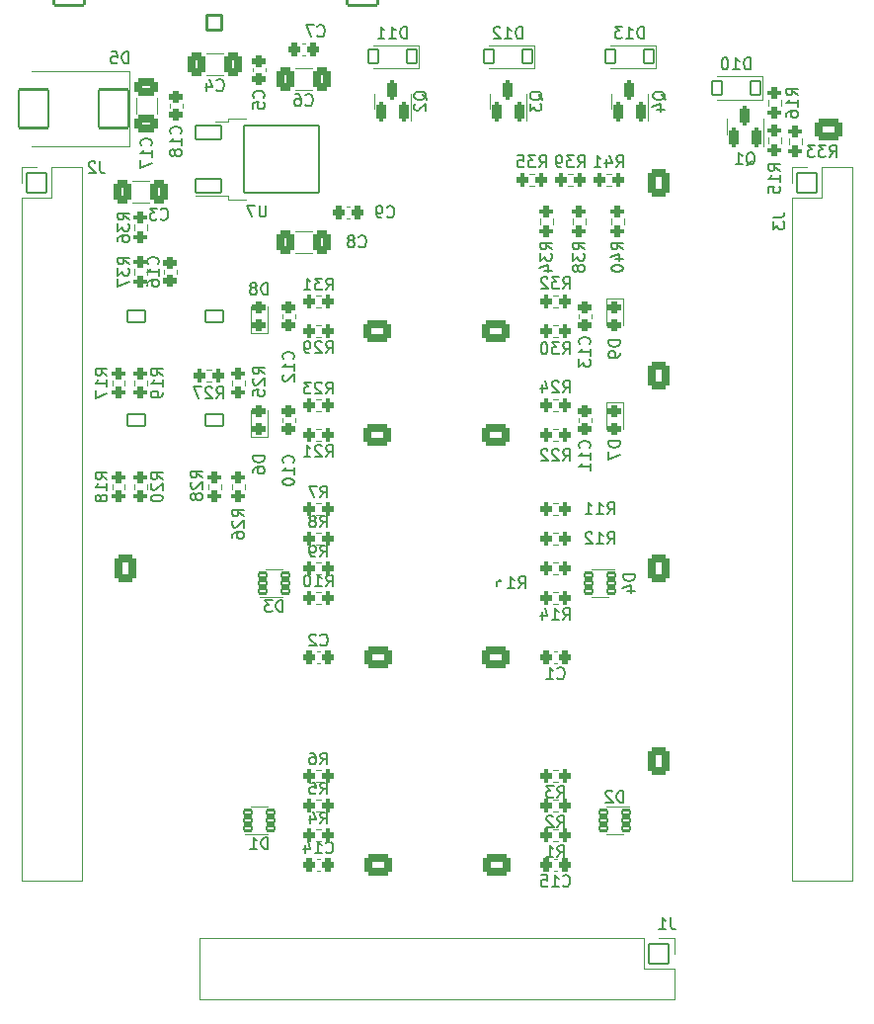
<source format=gbr>
%TF.GenerationSoftware,KiCad,Pcbnew,6.0.2+dfsg-1*%
%TF.CreationDate,2022-12-28T13:01:40+01:00*%
%TF.ProjectId,RobotMotorController,526f626f-744d-46f7-946f-72436f6e7472,rev?*%
%TF.SameCoordinates,Original*%
%TF.FileFunction,Legend,Bot*%
%TF.FilePolarity,Positive*%
%FSLAX46Y46*%
G04 Gerber Fmt 4.6, Leading zero omitted, Abs format (unit mm)*
G04 Created by KiCad (PCBNEW 6.0.2+dfsg-1) date 2022-12-28 13:01:40*
%MOMM*%
%LPD*%
G01*
G04 APERTURE LIST*
G04 Aperture macros list*
%AMRoundRect*
0 Rectangle with rounded corners*
0 $1 Rounding radius*
0 $2 $3 $4 $5 $6 $7 $8 $9 X,Y pos of 4 corners*
0 Add a 4 corners polygon primitive as box body*
4,1,4,$2,$3,$4,$5,$6,$7,$8,$9,$2,$3,0*
0 Add four circle primitives for the rounded corners*
1,1,$1+$1,$2,$3*
1,1,$1+$1,$4,$5*
1,1,$1+$1,$6,$7*
1,1,$1+$1,$8,$9*
0 Add four rect primitives between the rounded corners*
20,1,$1+$1,$2,$3,$4,$5,0*
20,1,$1+$1,$4,$5,$6,$7,0*
20,1,$1+$1,$6,$7,$8,$9,0*
20,1,$1+$1,$8,$9,$2,$3,0*%
G04 Aperture macros list end*
%ADD10C,0.150000*%
%ADD11C,0.120000*%
%ADD12RoundRect,0.100000X-0.750000X0.525000X-0.750000X-0.525000X0.750000X-0.525000X0.750000X0.525000X0*%
%ADD13O,1.700000X1.250000*%
%ADD14RoundRect,0.100000X-1.300000X-1.300000X1.300000X-1.300000X1.300000X1.300000X-1.300000X1.300000X0*%
%ADD15C,2.800000*%
%ADD16C,3.600000*%
%ADD17RoundRect,0.350000X-0.620000X-0.845000X0.620000X-0.845000X0.620000X0.845000X-0.620000X0.845000X0*%
%ADD18O,1.940000X2.390000*%
%ADD19RoundRect,0.350000X0.845000X-0.620000X0.845000X0.620000X-0.845000X0.620000X-0.845000X-0.620000X0*%
%ADD20O,2.390000X1.940000*%
%ADD21RoundRect,0.100000X-0.650000X0.650000X-0.650000X-0.650000X0.650000X-0.650000X0.650000X0.650000X0*%
%ADD22C,1.500000*%
%ADD23RoundRect,0.300000X0.200000X0.275000X-0.200000X0.275000X-0.200000X-0.275000X0.200000X-0.275000X0*%
%ADD24RoundRect,0.325000X0.250000X-0.225000X0.250000X0.225000X-0.250000X0.225000X-0.250000X-0.225000X0*%
%ADD25RoundRect,0.300000X-0.275000X0.200000X-0.275000X-0.200000X0.275000X-0.200000X0.275000X0.200000X0*%
%ADD26RoundRect,0.300000X-0.200000X-0.275000X0.200000X-0.275000X0.200000X0.275000X-0.200000X0.275000X0*%
%ADD27RoundRect,0.100000X0.450000X0.600000X-0.450000X0.600000X-0.450000X-0.600000X0.450000X-0.600000X0*%
%ADD28RoundRect,0.300000X0.275000X-0.200000X0.275000X0.200000X-0.275000X0.200000X-0.275000X-0.200000X0*%
%ADD29RoundRect,0.250000X0.150000X-0.587500X0.150000X0.587500X-0.150000X0.587500X-0.150000X-0.587500X0*%
%ADD30RoundRect,0.100000X1.250000X-1.650000X1.250000X1.650000X-1.250000X1.650000X-1.250000X-1.650000X0*%
%ADD31RoundRect,0.325000X-0.250000X0.225000X-0.250000X-0.225000X0.250000X-0.225000X0.250000X0.225000X0*%
%ADD32RoundRect,0.100000X-0.325000X-0.200000X0.325000X-0.200000X0.325000X0.200000X-0.325000X0.200000X0*%
%ADD33RoundRect,0.325000X-0.225000X-0.250000X0.225000X-0.250000X0.225000X0.250000X-0.225000X0.250000X0*%
%ADD34RoundRect,0.325000X0.225000X0.250000X-0.225000X0.250000X-0.225000X-0.250000X0.225000X-0.250000X0*%
%ADD35RoundRect,0.350000X-0.412500X-0.650000X0.412500X-0.650000X0.412500X0.650000X-0.412500X0.650000X0*%
%ADD36RoundRect,0.318750X-0.256250X0.218750X-0.256250X-0.218750X0.256250X-0.218750X0.256250X0.218750X0*%
%ADD37RoundRect,0.100000X-1.100000X-0.600000X1.100000X-0.600000X1.100000X0.600000X-1.100000X0.600000X0*%
%ADD38RoundRect,0.100000X-3.200000X-2.900000X3.200000X-2.900000X3.200000X2.900000X-3.200000X2.900000X0*%
%ADD39RoundRect,0.100000X0.325000X0.200000X-0.325000X0.200000X-0.325000X-0.200000X0.325000X-0.200000X0*%
%ADD40RoundRect,0.318750X0.256250X-0.218750X0.256250X0.218750X-0.256250X0.218750X-0.256250X-0.218750X0*%
%ADD41RoundRect,0.100000X0.850000X0.850000X-0.850000X0.850000X-0.850000X-0.850000X0.850000X-0.850000X0*%
%ADD42O,1.900000X1.900000*%
%ADD43RoundRect,0.350000X0.412500X0.650000X-0.412500X0.650000X-0.412500X-0.650000X0.412500X-0.650000X0*%
%ADD44RoundRect,0.100000X0.850000X-0.850000X0.850000X0.850000X-0.850000X0.850000X-0.850000X-0.850000X0*%
%ADD45RoundRect,0.350000X0.650000X-0.412500X0.650000X0.412500X-0.650000X0.412500X-0.650000X-0.412500X0*%
G04 APERTURE END LIST*
D10*
%TO.C,R4*%
X24296666Y-54902380D02*
X24630000Y-54426190D01*
X24868095Y-54902380D02*
X24868095Y-53902380D01*
X24487142Y-53902380D01*
X24391904Y-53950000D01*
X24344285Y-53997619D01*
X24296666Y-54092857D01*
X24296666Y-54235714D01*
X24344285Y-54330952D01*
X24391904Y-54378571D01*
X24487142Y-54426190D01*
X24868095Y-54426190D01*
X23439523Y-54235714D02*
X23439523Y-54902380D01*
X23677619Y-53854761D02*
X23915714Y-54569047D01*
X23296666Y-54569047D01*
%TO.C,C11*%
X47347142Y-22725142D02*
X47394761Y-22677523D01*
X47442380Y-22534666D01*
X47442380Y-22439428D01*
X47394761Y-22296571D01*
X47299523Y-22201333D01*
X47204285Y-22153714D01*
X47013809Y-22106095D01*
X46870952Y-22106095D01*
X46680476Y-22153714D01*
X46585238Y-22201333D01*
X46490000Y-22296571D01*
X46442380Y-22439428D01*
X46442380Y-22534666D01*
X46490000Y-22677523D01*
X46537619Y-22725142D01*
X47442380Y-23677523D02*
X47442380Y-23106095D01*
X47442380Y-23391809D02*
X46442380Y-23391809D01*
X46585238Y-23296571D01*
X46680476Y-23201333D01*
X46728095Y-23106095D01*
X47442380Y-24629904D02*
X47442380Y-24058476D01*
X47442380Y-24344190D02*
X46442380Y-24344190D01*
X46585238Y-24248952D01*
X46680476Y-24153714D01*
X46728095Y-24058476D01*
%TO.C,R36*%
X7912380Y-3167142D02*
X7436190Y-2833809D01*
X7912380Y-2595714D02*
X6912380Y-2595714D01*
X6912380Y-2976666D01*
X6960000Y-3071904D01*
X7007619Y-3119523D01*
X7102857Y-3167142D01*
X7245714Y-3167142D01*
X7340952Y-3119523D01*
X7388571Y-3071904D01*
X7436190Y-2976666D01*
X7436190Y-2595714D01*
X6912380Y-3500476D02*
X6912380Y-4119523D01*
X7293333Y-3786190D01*
X7293333Y-3929047D01*
X7340952Y-4024285D01*
X7388571Y-4071904D01*
X7483809Y-4119523D01*
X7721904Y-4119523D01*
X7817142Y-4071904D01*
X7864761Y-4024285D01*
X7912380Y-3929047D01*
X7912380Y-3643333D01*
X7864761Y-3548095D01*
X7817142Y-3500476D01*
X6912380Y-4976666D02*
X6912380Y-4786190D01*
X6960000Y-4690952D01*
X7007619Y-4643333D01*
X7150476Y-4548095D01*
X7340952Y-4500476D01*
X7721904Y-4500476D01*
X7817142Y-4548095D01*
X7864761Y-4595714D01*
X7912380Y-4690952D01*
X7912380Y-4881428D01*
X7864761Y-4976666D01*
X7817142Y-5024285D01*
X7721904Y-5071904D01*
X7483809Y-5071904D01*
X7388571Y-5024285D01*
X7340952Y-4976666D01*
X7293333Y-4881428D01*
X7293333Y-4690952D01*
X7340952Y-4595714D01*
X7388571Y-4548095D01*
X7483809Y-4500476D01*
%TO.C,R24*%
X45092857Y-17978380D02*
X45426190Y-17502190D01*
X45664285Y-17978380D02*
X45664285Y-16978380D01*
X45283333Y-16978380D01*
X45188095Y-17026000D01*
X45140476Y-17073619D01*
X45092857Y-17168857D01*
X45092857Y-17311714D01*
X45140476Y-17406952D01*
X45188095Y-17454571D01*
X45283333Y-17502190D01*
X45664285Y-17502190D01*
X44711904Y-17073619D02*
X44664285Y-17026000D01*
X44569047Y-16978380D01*
X44330952Y-16978380D01*
X44235714Y-17026000D01*
X44188095Y-17073619D01*
X44140476Y-17168857D01*
X44140476Y-17264095D01*
X44188095Y-17406952D01*
X44759523Y-17978380D01*
X44140476Y-17978380D01*
X43283333Y-17311714D02*
X43283333Y-17978380D01*
X43521428Y-16930761D02*
X43759523Y-17645047D01*
X43140476Y-17645047D01*
%TO.C,R17*%
X6007380Y-16502142D02*
X5531190Y-16168809D01*
X6007380Y-15930714D02*
X5007380Y-15930714D01*
X5007380Y-16311666D01*
X5055000Y-16406904D01*
X5102619Y-16454523D01*
X5197857Y-16502142D01*
X5340714Y-16502142D01*
X5435952Y-16454523D01*
X5483571Y-16406904D01*
X5531190Y-16311666D01*
X5531190Y-15930714D01*
X6007380Y-17454523D02*
X6007380Y-16883095D01*
X6007380Y-17168809D02*
X5007380Y-17168809D01*
X5150238Y-17073571D01*
X5245476Y-16978333D01*
X5293095Y-16883095D01*
X5007380Y-17787857D02*
X5007380Y-18454523D01*
X6007380Y-18025952D01*
%TO.C,R13*%
X41282857Y-34742380D02*
X41616190Y-34266190D01*
X41854285Y-34742380D02*
X41854285Y-33742380D01*
X41473333Y-33742380D01*
X41378095Y-33790000D01*
X41330476Y-33837619D01*
X41282857Y-33932857D01*
X41282857Y-34075714D01*
X41330476Y-34170952D01*
X41378095Y-34218571D01*
X41473333Y-34266190D01*
X41854285Y-34266190D01*
X40330476Y-34742380D02*
X40901904Y-34742380D01*
X40616190Y-34742380D02*
X40616190Y-33742380D01*
X40711428Y-33885238D01*
X40806666Y-33980476D01*
X40901904Y-34028095D01*
X39997142Y-33742380D02*
X39378095Y-33742380D01*
X39711428Y-34123333D01*
X39568571Y-34123333D01*
X39473333Y-34170952D01*
X39425714Y-34218571D01*
X39378095Y-34313809D01*
X39378095Y-34551904D01*
X39425714Y-34647142D01*
X39473333Y-34694761D01*
X39568571Y-34742380D01*
X39854285Y-34742380D01*
X39949523Y-34694761D01*
X39997142Y-34647142D01*
%TO.C,R18*%
X6007380Y-25392142D02*
X5531190Y-25058809D01*
X6007380Y-24820714D02*
X5007380Y-24820714D01*
X5007380Y-25201666D01*
X5055000Y-25296904D01*
X5102619Y-25344523D01*
X5197857Y-25392142D01*
X5340714Y-25392142D01*
X5435952Y-25344523D01*
X5483571Y-25296904D01*
X5531190Y-25201666D01*
X5531190Y-24820714D01*
X6007380Y-26344523D02*
X6007380Y-25773095D01*
X6007380Y-26058809D02*
X5007380Y-26058809D01*
X5150238Y-25963571D01*
X5245476Y-25868333D01*
X5293095Y-25773095D01*
X5435952Y-26915952D02*
X5388333Y-26820714D01*
X5340714Y-26773095D01*
X5245476Y-26725476D01*
X5197857Y-26725476D01*
X5102619Y-26773095D01*
X5055000Y-26820714D01*
X5007380Y-26915952D01*
X5007380Y-27106428D01*
X5055000Y-27201666D01*
X5102619Y-27249285D01*
X5197857Y-27296904D01*
X5245476Y-27296904D01*
X5340714Y-27249285D01*
X5388333Y-27201666D01*
X5435952Y-27106428D01*
X5435952Y-26915952D01*
X5483571Y-26820714D01*
X5531190Y-26773095D01*
X5626428Y-26725476D01*
X5816904Y-26725476D01*
X5912142Y-26773095D01*
X5959761Y-26820714D01*
X6007380Y-26915952D01*
X6007380Y-27106428D01*
X5959761Y-27201666D01*
X5912142Y-27249285D01*
X5816904Y-27296904D01*
X5626428Y-27296904D01*
X5531190Y-27249285D01*
X5483571Y-27201666D01*
X5435952Y-27106428D01*
%TO.C,D11*%
X31694285Y12374620D02*
X31694285Y13374620D01*
X31456190Y13374620D01*
X31313333Y13327000D01*
X31218095Y13231762D01*
X31170476Y13136524D01*
X31122857Y12946048D01*
X31122857Y12803191D01*
X31170476Y12612715D01*
X31218095Y12517477D01*
X31313333Y12422239D01*
X31456190Y12374620D01*
X31694285Y12374620D01*
X30170476Y12374620D02*
X30741904Y12374620D01*
X30456190Y12374620D02*
X30456190Y13374620D01*
X30551428Y13231762D01*
X30646666Y13136524D01*
X30741904Y13088905D01*
X29218095Y12374620D02*
X29789523Y12374620D01*
X29503809Y12374620D02*
X29503809Y13374620D01*
X29599047Y13231762D01*
X29694285Y13136524D01*
X29789523Y13088905D01*
%TO.C,R2*%
X44616666Y-55222380D02*
X44950000Y-54746190D01*
X45188095Y-55222380D02*
X45188095Y-54222380D01*
X44807142Y-54222380D01*
X44711904Y-54270000D01*
X44664285Y-54317619D01*
X44616666Y-54412857D01*
X44616666Y-54555714D01*
X44664285Y-54650952D01*
X44711904Y-54698571D01*
X44807142Y-54746190D01*
X45188095Y-54746190D01*
X44235714Y-54317619D02*
X44188095Y-54270000D01*
X44092857Y-54222380D01*
X43854761Y-54222380D01*
X43759523Y-54270000D01*
X43711904Y-54317619D01*
X43664285Y-54412857D01*
X43664285Y-54508095D01*
X43711904Y-54650952D01*
X44283333Y-55222380D01*
X43664285Y-55222380D01*
%TO.C,R28*%
X14168380Y-25265142D02*
X13692190Y-24931809D01*
X14168380Y-24693714D02*
X13168380Y-24693714D01*
X13168380Y-25074666D01*
X13216000Y-25169904D01*
X13263619Y-25217523D01*
X13358857Y-25265142D01*
X13501714Y-25265142D01*
X13596952Y-25217523D01*
X13644571Y-25169904D01*
X13692190Y-25074666D01*
X13692190Y-24693714D01*
X13263619Y-25646095D02*
X13216000Y-25693714D01*
X13168380Y-25788952D01*
X13168380Y-26027047D01*
X13216000Y-26122285D01*
X13263619Y-26169904D01*
X13358857Y-26217523D01*
X13454095Y-26217523D01*
X13596952Y-26169904D01*
X14168380Y-25598476D01*
X14168380Y-26217523D01*
X13596952Y-26788952D02*
X13549333Y-26693714D01*
X13501714Y-26646095D01*
X13406476Y-26598476D01*
X13358857Y-26598476D01*
X13263619Y-26646095D01*
X13216000Y-26693714D01*
X13168380Y-26788952D01*
X13168380Y-26979428D01*
X13216000Y-27074666D01*
X13263619Y-27122285D01*
X13358857Y-27169904D01*
X13406476Y-27169904D01*
X13501714Y-27122285D01*
X13549333Y-27074666D01*
X13596952Y-26979428D01*
X13596952Y-26788952D01*
X13644571Y-26693714D01*
X13692190Y-26646095D01*
X13787428Y-26598476D01*
X13977904Y-26598476D01*
X14073142Y-26646095D01*
X14120761Y-26693714D01*
X14168380Y-26788952D01*
X14168380Y-26979428D01*
X14120761Y-27074666D01*
X14073142Y-27122285D01*
X13977904Y-27169904D01*
X13787428Y-27169904D01*
X13692190Y-27122285D01*
X13644571Y-27074666D01*
X13596952Y-26979428D01*
%TO.C,D12*%
X41600285Y12342620D02*
X41600285Y13342620D01*
X41362190Y13342620D01*
X41219333Y13295000D01*
X41124095Y13199762D01*
X41076476Y13104524D01*
X41028857Y12914048D01*
X41028857Y12771191D01*
X41076476Y12580715D01*
X41124095Y12485477D01*
X41219333Y12390239D01*
X41362190Y12342620D01*
X41600285Y12342620D01*
X40076476Y12342620D02*
X40647904Y12342620D01*
X40362190Y12342620D02*
X40362190Y13342620D01*
X40457428Y13199762D01*
X40552666Y13104524D01*
X40647904Y13056905D01*
X39695523Y13247381D02*
X39647904Y13295000D01*
X39552666Y13342620D01*
X39314571Y13342620D01*
X39219333Y13295000D01*
X39171714Y13247381D01*
X39124095Y13152143D01*
X39124095Y13056905D01*
X39171714Y12914048D01*
X39743142Y12342620D01*
X39124095Y12342620D01*
%TO.C,R31*%
X24772857Y-9182380D02*
X25106190Y-8706190D01*
X25344285Y-9182380D02*
X25344285Y-8182380D01*
X24963333Y-8182380D01*
X24868095Y-8230000D01*
X24820476Y-8277619D01*
X24772857Y-8372857D01*
X24772857Y-8515714D01*
X24820476Y-8610952D01*
X24868095Y-8658571D01*
X24963333Y-8706190D01*
X25344285Y-8706190D01*
X24439523Y-8182380D02*
X23820476Y-8182380D01*
X24153809Y-8563333D01*
X24010952Y-8563333D01*
X23915714Y-8610952D01*
X23868095Y-8658571D01*
X23820476Y-8753809D01*
X23820476Y-8991904D01*
X23868095Y-9087142D01*
X23915714Y-9134761D01*
X24010952Y-9182380D01*
X24296666Y-9182380D01*
X24391904Y-9134761D01*
X24439523Y-9087142D01*
X22868095Y-9182380D02*
X23439523Y-9182380D01*
X23153809Y-9182380D02*
X23153809Y-8182380D01*
X23249047Y-8325238D01*
X23344285Y-8420476D01*
X23439523Y-8468095D01*
%TO.C,Q3*%
X43346619Y7080239D02*
X43299000Y7175477D01*
X43203761Y7270715D01*
X43060904Y7413572D01*
X43013285Y7508810D01*
X43013285Y7604048D01*
X43251380Y7556429D02*
X43203761Y7651667D01*
X43108523Y7746905D01*
X42918047Y7794524D01*
X42584714Y7794524D01*
X42394238Y7746905D01*
X42299000Y7651667D01*
X42251380Y7556429D01*
X42251380Y7365953D01*
X42299000Y7270715D01*
X42394238Y7175477D01*
X42584714Y7127858D01*
X42918047Y7127858D01*
X43108523Y7175477D01*
X43203761Y7270715D01*
X43251380Y7365953D01*
X43251380Y7556429D01*
X42251380Y6794524D02*
X42251380Y6175477D01*
X42632333Y6508810D01*
X42632333Y6365953D01*
X42679952Y6270715D01*
X42727571Y6223096D01*
X42822809Y6175477D01*
X43060904Y6175477D01*
X43156142Y6223096D01*
X43203761Y6270715D01*
X43251380Y6365953D01*
X43251380Y6651667D01*
X43203761Y6746905D01*
X43156142Y6794524D01*
%TO.C,R27*%
X15374857Y-18486380D02*
X15708190Y-18010190D01*
X15946285Y-18486380D02*
X15946285Y-17486380D01*
X15565333Y-17486380D01*
X15470095Y-17534000D01*
X15422476Y-17581619D01*
X15374857Y-17676857D01*
X15374857Y-17819714D01*
X15422476Y-17914952D01*
X15470095Y-17962571D01*
X15565333Y-18010190D01*
X15946285Y-18010190D01*
X14993904Y-17581619D02*
X14946285Y-17534000D01*
X14851047Y-17486380D01*
X14612952Y-17486380D01*
X14517714Y-17534000D01*
X14470095Y-17581619D01*
X14422476Y-17676857D01*
X14422476Y-17772095D01*
X14470095Y-17914952D01*
X15041523Y-18486380D01*
X14422476Y-18486380D01*
X14089142Y-17486380D02*
X13422476Y-17486380D01*
X13851047Y-18486380D01*
%TO.C,R3*%
X44616666Y-52682380D02*
X44950000Y-52206190D01*
X45188095Y-52682380D02*
X45188095Y-51682380D01*
X44807142Y-51682380D01*
X44711904Y-51730000D01*
X44664285Y-51777619D01*
X44616666Y-51872857D01*
X44616666Y-52015714D01*
X44664285Y-52110952D01*
X44711904Y-52158571D01*
X44807142Y-52206190D01*
X45188095Y-52206190D01*
X44283333Y-51682380D02*
X43664285Y-51682380D01*
X43997619Y-52063333D01*
X43854761Y-52063333D01*
X43759523Y-52110952D01*
X43711904Y-52158571D01*
X43664285Y-52253809D01*
X43664285Y-52491904D01*
X43711904Y-52587142D01*
X43759523Y-52634761D01*
X43854761Y-52682380D01*
X44140476Y-52682380D01*
X44235714Y-52634761D01*
X44283333Y-52587142D01*
%TO.C,Q2*%
X33427619Y7080239D02*
X33380000Y7175477D01*
X33284761Y7270715D01*
X33141904Y7413572D01*
X33094285Y7508810D01*
X33094285Y7604048D01*
X33332380Y7556429D02*
X33284761Y7651667D01*
X33189523Y7746905D01*
X32999047Y7794524D01*
X32665714Y7794524D01*
X32475238Y7746905D01*
X32380000Y7651667D01*
X32332380Y7556429D01*
X32332380Y7365953D01*
X32380000Y7270715D01*
X32475238Y7175477D01*
X32665714Y7127858D01*
X32999047Y7127858D01*
X33189523Y7175477D01*
X33284761Y7270715D01*
X33332380Y7365953D01*
X33332380Y7556429D01*
X32427619Y6746905D02*
X32380000Y6699286D01*
X32332380Y6604048D01*
X32332380Y6365953D01*
X32380000Y6270715D01*
X32427619Y6223096D01*
X32522857Y6175477D01*
X32618095Y6175477D01*
X32760952Y6223096D01*
X33332380Y6794524D01*
X33332380Y6175477D01*
%TO.C,C13*%
X47347142Y-13835142D02*
X47394761Y-13787523D01*
X47442380Y-13644666D01*
X47442380Y-13549428D01*
X47394761Y-13406571D01*
X47299523Y-13311333D01*
X47204285Y-13263714D01*
X47013809Y-13216095D01*
X46870952Y-13216095D01*
X46680476Y-13263714D01*
X46585238Y-13311333D01*
X46490000Y-13406571D01*
X46442380Y-13549428D01*
X46442380Y-13644666D01*
X46490000Y-13787523D01*
X46537619Y-13835142D01*
X47442380Y-14787523D02*
X47442380Y-14216095D01*
X47442380Y-14501809D02*
X46442380Y-14501809D01*
X46585238Y-14406571D01*
X46680476Y-14311333D01*
X46728095Y-14216095D01*
X46442380Y-15120857D02*
X46442380Y-15739904D01*
X46823333Y-15406571D01*
X46823333Y-15549428D01*
X46870952Y-15644666D01*
X46918571Y-15692285D01*
X47013809Y-15739904D01*
X47251904Y-15739904D01*
X47347142Y-15692285D01*
X47394761Y-15644666D01*
X47442380Y-15549428D01*
X47442380Y-15263714D01*
X47394761Y-15168476D01*
X47347142Y-15120857D01*
%TO.C,D5*%
X7850095Y10215620D02*
X7850095Y11215620D01*
X7612000Y11215620D01*
X7469142Y11168000D01*
X7373904Y11072762D01*
X7326285Y10977524D01*
X7278666Y10787048D01*
X7278666Y10644191D01*
X7326285Y10453715D01*
X7373904Y10358477D01*
X7469142Y10263239D01*
X7612000Y10215620D01*
X7850095Y10215620D01*
X6373904Y11215620D02*
X6850095Y11215620D01*
X6897714Y10739429D01*
X6850095Y10787048D01*
X6754857Y10834667D01*
X6516761Y10834667D01*
X6421523Y10787048D01*
X6373904Y10739429D01*
X6326285Y10644191D01*
X6326285Y10406096D01*
X6373904Y10310858D01*
X6421523Y10263239D01*
X6516761Y10215620D01*
X6754857Y10215620D01*
X6850095Y10263239D01*
X6897714Y10310858D01*
%TO.C,C10*%
X21947142Y-23995142D02*
X21994761Y-23947523D01*
X22042380Y-23804666D01*
X22042380Y-23709428D01*
X21994761Y-23566571D01*
X21899523Y-23471333D01*
X21804285Y-23423714D01*
X21613809Y-23376095D01*
X21470952Y-23376095D01*
X21280476Y-23423714D01*
X21185238Y-23471333D01*
X21090000Y-23566571D01*
X21042380Y-23709428D01*
X21042380Y-23804666D01*
X21090000Y-23947523D01*
X21137619Y-23995142D01*
X22042380Y-24947523D02*
X22042380Y-24376095D01*
X22042380Y-24661809D02*
X21042380Y-24661809D01*
X21185238Y-24566571D01*
X21280476Y-24471333D01*
X21328095Y-24376095D01*
X21042380Y-25566571D02*
X21042380Y-25661809D01*
X21090000Y-25757047D01*
X21137619Y-25804666D01*
X21232857Y-25852285D01*
X21423333Y-25899904D01*
X21661428Y-25899904D01*
X21851904Y-25852285D01*
X21947142Y-25804666D01*
X21994761Y-25757047D01*
X22042380Y-25661809D01*
X22042380Y-25566571D01*
X21994761Y-25471333D01*
X21947142Y-25423714D01*
X21851904Y-25376095D01*
X21661428Y-25328476D01*
X21423333Y-25328476D01*
X21232857Y-25376095D01*
X21137619Y-25423714D01*
X21090000Y-25471333D01*
X21042380Y-25566571D01*
%TO.C,R21*%
X24772857Y-23472380D02*
X25106190Y-22996190D01*
X25344285Y-23472380D02*
X25344285Y-22472380D01*
X24963333Y-22472380D01*
X24868095Y-22520000D01*
X24820476Y-22567619D01*
X24772857Y-22662857D01*
X24772857Y-22805714D01*
X24820476Y-22900952D01*
X24868095Y-22948571D01*
X24963333Y-22996190D01*
X25344285Y-22996190D01*
X24391904Y-22567619D02*
X24344285Y-22520000D01*
X24249047Y-22472380D01*
X24010952Y-22472380D01*
X23915714Y-22520000D01*
X23868095Y-22567619D01*
X23820476Y-22662857D01*
X23820476Y-22758095D01*
X23868095Y-22900952D01*
X24439523Y-23472380D01*
X23820476Y-23472380D01*
X22868095Y-23472380D02*
X23439523Y-23472380D01*
X23153809Y-23472380D02*
X23153809Y-22472380D01*
X23249047Y-22615238D01*
X23344285Y-22710476D01*
X23439523Y-22758095D01*
%TO.C,R15*%
X63698380Y1023858D02*
X63222190Y1357191D01*
X63698380Y1595286D02*
X62698380Y1595286D01*
X62698380Y1214334D01*
X62746000Y1119096D01*
X62793619Y1071477D01*
X62888857Y1023858D01*
X63031714Y1023858D01*
X63126952Y1071477D01*
X63174571Y1119096D01*
X63222190Y1214334D01*
X63222190Y1595286D01*
X63698380Y71477D02*
X63698380Y642905D01*
X63698380Y357191D02*
X62698380Y357191D01*
X62841238Y452429D01*
X62936476Y547667D01*
X62984095Y642905D01*
X62698380Y-833285D02*
X62698380Y-357095D01*
X63174571Y-309476D01*
X63126952Y-357095D01*
X63079333Y-452333D01*
X63079333Y-690428D01*
X63126952Y-785666D01*
X63174571Y-833285D01*
X63269809Y-880904D01*
X63507904Y-880904D01*
X63603142Y-833285D01*
X63650761Y-785666D01*
X63698380Y-690428D01*
X63698380Y-452333D01*
X63650761Y-357095D01*
X63603142Y-309476D01*
%TO.C,C5*%
X19407142Y7278667D02*
X19454761Y7326286D01*
X19502380Y7469143D01*
X19502380Y7564381D01*
X19454761Y7707239D01*
X19359523Y7802477D01*
X19264285Y7850096D01*
X19073809Y7897715D01*
X18930952Y7897715D01*
X18740476Y7850096D01*
X18645238Y7802477D01*
X18550000Y7707239D01*
X18502380Y7564381D01*
X18502380Y7469143D01*
X18550000Y7326286D01*
X18597619Y7278667D01*
X18502380Y6373905D02*
X18502380Y6850096D01*
X18978571Y6897715D01*
X18930952Y6850096D01*
X18883333Y6754858D01*
X18883333Y6516762D01*
X18930952Y6421524D01*
X18978571Y6373905D01*
X19073809Y6326286D01*
X19311904Y6326286D01*
X19407142Y6373905D01*
X19454761Y6421524D01*
X19502380Y6516762D01*
X19502380Y6754858D01*
X19454761Y6850096D01*
X19407142Y6897715D01*
%TO.C,D1*%
X19788095Y-57062380D02*
X19788095Y-56062380D01*
X19550000Y-56062380D01*
X19407142Y-56110000D01*
X19311904Y-56205238D01*
X19264285Y-56300476D01*
X19216666Y-56490952D01*
X19216666Y-56633809D01*
X19264285Y-56824285D01*
X19311904Y-56919523D01*
X19407142Y-57014761D01*
X19550000Y-57062380D01*
X19788095Y-57062380D01*
X18264285Y-57062380D02*
X18835714Y-57062380D01*
X18550000Y-57062380D02*
X18550000Y-56062380D01*
X18645238Y-56205238D01*
X18740476Y-56300476D01*
X18835714Y-56348095D01*
%TO.C,R26*%
X17724380Y-28567142D02*
X17248190Y-28233809D01*
X17724380Y-27995714D02*
X16724380Y-27995714D01*
X16724380Y-28376666D01*
X16772000Y-28471904D01*
X16819619Y-28519523D01*
X16914857Y-28567142D01*
X17057714Y-28567142D01*
X17152952Y-28519523D01*
X17200571Y-28471904D01*
X17248190Y-28376666D01*
X17248190Y-27995714D01*
X16819619Y-28948095D02*
X16772000Y-28995714D01*
X16724380Y-29090952D01*
X16724380Y-29329047D01*
X16772000Y-29424285D01*
X16819619Y-29471904D01*
X16914857Y-29519523D01*
X17010095Y-29519523D01*
X17152952Y-29471904D01*
X17724380Y-28900476D01*
X17724380Y-29519523D01*
X16724380Y-30376666D02*
X16724380Y-30186190D01*
X16772000Y-30090952D01*
X16819619Y-30043333D01*
X16962476Y-29948095D01*
X17152952Y-29900476D01*
X17533904Y-29900476D01*
X17629142Y-29948095D01*
X17676761Y-29995714D01*
X17724380Y-30090952D01*
X17724380Y-30281428D01*
X17676761Y-30376666D01*
X17629142Y-30424285D01*
X17533904Y-30471904D01*
X17295809Y-30471904D01*
X17200571Y-30424285D01*
X17152952Y-30376666D01*
X17105333Y-30281428D01*
X17105333Y-30090952D01*
X17152952Y-29995714D01*
X17200571Y-29948095D01*
X17295809Y-29900476D01*
%TO.C,R1*%
X44616666Y-57762380D02*
X44950000Y-57286190D01*
X45188095Y-57762380D02*
X45188095Y-56762380D01*
X44807142Y-56762380D01*
X44711904Y-56810000D01*
X44664285Y-56857619D01*
X44616666Y-56952857D01*
X44616666Y-57095714D01*
X44664285Y-57190952D01*
X44711904Y-57238571D01*
X44807142Y-57286190D01*
X45188095Y-57286190D01*
X43664285Y-57762380D02*
X44235714Y-57762380D01*
X43950000Y-57762380D02*
X43950000Y-56762380D01*
X44045238Y-56905238D01*
X44140476Y-57000476D01*
X44235714Y-57048095D01*
%TO.C,R8*%
X24296666Y-29502380D02*
X24630000Y-29026190D01*
X24868095Y-29502380D02*
X24868095Y-28502380D01*
X24487142Y-28502380D01*
X24391904Y-28550000D01*
X24344285Y-28597619D01*
X24296666Y-28692857D01*
X24296666Y-28835714D01*
X24344285Y-28930952D01*
X24391904Y-28978571D01*
X24487142Y-29026190D01*
X24868095Y-29026190D01*
X23725238Y-28930952D02*
X23820476Y-28883333D01*
X23868095Y-28835714D01*
X23915714Y-28740476D01*
X23915714Y-28692857D01*
X23868095Y-28597619D01*
X23820476Y-28550000D01*
X23725238Y-28502380D01*
X23534761Y-28502380D01*
X23439523Y-28550000D01*
X23391904Y-28597619D01*
X23344285Y-28692857D01*
X23344285Y-28740476D01*
X23391904Y-28835714D01*
X23439523Y-28883333D01*
X23534761Y-28930952D01*
X23725238Y-28930952D01*
X23820476Y-28978571D01*
X23868095Y-29026190D01*
X23915714Y-29121428D01*
X23915714Y-29311904D01*
X23868095Y-29407142D01*
X23820476Y-29454761D01*
X23725238Y-29502380D01*
X23534761Y-29502380D01*
X23439523Y-29454761D01*
X23391904Y-29407142D01*
X23344285Y-29311904D01*
X23344285Y-29121428D01*
X23391904Y-29026190D01*
X23439523Y-28978571D01*
X23534761Y-28930952D01*
%TO.C,R5*%
X24296666Y-52362380D02*
X24630000Y-51886190D01*
X24868095Y-52362380D02*
X24868095Y-51362380D01*
X24487142Y-51362380D01*
X24391904Y-51410000D01*
X24344285Y-51457619D01*
X24296666Y-51552857D01*
X24296666Y-51695714D01*
X24344285Y-51790952D01*
X24391904Y-51838571D01*
X24487142Y-51886190D01*
X24868095Y-51886190D01*
X23391904Y-51362380D02*
X23868095Y-51362380D01*
X23915714Y-51838571D01*
X23868095Y-51790952D01*
X23772857Y-51743333D01*
X23534761Y-51743333D01*
X23439523Y-51790952D01*
X23391904Y-51838571D01*
X23344285Y-51933809D01*
X23344285Y-52171904D01*
X23391904Y-52267142D01*
X23439523Y-52314761D01*
X23534761Y-52362380D01*
X23772857Y-52362380D01*
X23868095Y-52314761D01*
X23915714Y-52267142D01*
%TO.C,C15*%
X45092857Y-60207142D02*
X45140476Y-60254761D01*
X45283333Y-60302380D01*
X45378571Y-60302380D01*
X45521428Y-60254761D01*
X45616666Y-60159523D01*
X45664285Y-60064285D01*
X45711904Y-59873809D01*
X45711904Y-59730952D01*
X45664285Y-59540476D01*
X45616666Y-59445238D01*
X45521428Y-59350000D01*
X45378571Y-59302380D01*
X45283333Y-59302380D01*
X45140476Y-59350000D01*
X45092857Y-59397619D01*
X44140476Y-60302380D02*
X44711904Y-60302380D01*
X44426190Y-60302380D02*
X44426190Y-59302380D01*
X44521428Y-59445238D01*
X44616666Y-59540476D01*
X44711904Y-59588095D01*
X43235714Y-59302380D02*
X43711904Y-59302380D01*
X43759523Y-59778571D01*
X43711904Y-59730952D01*
X43616666Y-59683333D01*
X43378571Y-59683333D01*
X43283333Y-59730952D01*
X43235714Y-59778571D01*
X43188095Y-59873809D01*
X43188095Y-60111904D01*
X43235714Y-60207142D01*
X43283333Y-60254761D01*
X43378571Y-60302380D01*
X43616666Y-60302380D01*
X43711904Y-60254761D01*
X43759523Y-60207142D01*
%TO.C,R29*%
X24772857Y-14582380D02*
X25106190Y-14106190D01*
X25344285Y-14582380D02*
X25344285Y-13582380D01*
X24963333Y-13582380D01*
X24868095Y-13630000D01*
X24820476Y-13677619D01*
X24772857Y-13772857D01*
X24772857Y-13915714D01*
X24820476Y-14010952D01*
X24868095Y-14058571D01*
X24963333Y-14106190D01*
X25344285Y-14106190D01*
X24391904Y-13677619D02*
X24344285Y-13630000D01*
X24249047Y-13582380D01*
X24010952Y-13582380D01*
X23915714Y-13630000D01*
X23868095Y-13677619D01*
X23820476Y-13772857D01*
X23820476Y-13868095D01*
X23868095Y-14010952D01*
X24439523Y-14582380D01*
X23820476Y-14582380D01*
X23344285Y-14582380D02*
X23153809Y-14582380D01*
X23058571Y-14534761D01*
X23010952Y-14487142D01*
X22915714Y-14344285D01*
X22868095Y-14153809D01*
X22868095Y-13772857D01*
X22915714Y-13677619D01*
X22963333Y-13630000D01*
X23058571Y-13582380D01*
X23249047Y-13582380D01*
X23344285Y-13630000D01*
X23391904Y-13677619D01*
X23439523Y-13772857D01*
X23439523Y-14010952D01*
X23391904Y-14106190D01*
X23344285Y-14153809D01*
X23249047Y-14201428D01*
X23058571Y-14201428D01*
X22963333Y-14153809D01*
X22915714Y-14106190D01*
X22868095Y-14010952D01*
%TO.C,R30*%
X45092857Y-14676380D02*
X45426190Y-14200190D01*
X45664285Y-14676380D02*
X45664285Y-13676380D01*
X45283333Y-13676380D01*
X45188095Y-13724000D01*
X45140476Y-13771619D01*
X45092857Y-13866857D01*
X45092857Y-14009714D01*
X45140476Y-14104952D01*
X45188095Y-14152571D01*
X45283333Y-14200190D01*
X45664285Y-14200190D01*
X44759523Y-13676380D02*
X44140476Y-13676380D01*
X44473809Y-14057333D01*
X44330952Y-14057333D01*
X44235714Y-14104952D01*
X44188095Y-14152571D01*
X44140476Y-14247809D01*
X44140476Y-14485904D01*
X44188095Y-14581142D01*
X44235714Y-14628761D01*
X44330952Y-14676380D01*
X44616666Y-14676380D01*
X44711904Y-14628761D01*
X44759523Y-14581142D01*
X43521428Y-13676380D02*
X43426190Y-13676380D01*
X43330952Y-13724000D01*
X43283333Y-13771619D01*
X43235714Y-13866857D01*
X43188095Y-14057333D01*
X43188095Y-14295428D01*
X43235714Y-14485904D01*
X43283333Y-14581142D01*
X43330952Y-14628761D01*
X43426190Y-14676380D01*
X43521428Y-14676380D01*
X43616666Y-14628761D01*
X43664285Y-14581142D01*
X43711904Y-14485904D01*
X43759523Y-14295428D01*
X43759523Y-14057333D01*
X43711904Y-13866857D01*
X43664285Y-13771619D01*
X43616666Y-13724000D01*
X43521428Y-13676380D01*
%TO.C,C2*%
X24296666Y-39567142D02*
X24344285Y-39614761D01*
X24487142Y-39662380D01*
X24582380Y-39662380D01*
X24725238Y-39614761D01*
X24820476Y-39519523D01*
X24868095Y-39424285D01*
X24915714Y-39233809D01*
X24915714Y-39090952D01*
X24868095Y-38900476D01*
X24820476Y-38805238D01*
X24725238Y-38710000D01*
X24582380Y-38662380D01*
X24487142Y-38662380D01*
X24344285Y-38710000D01*
X24296666Y-38757619D01*
X23915714Y-38757619D02*
X23868095Y-38710000D01*
X23772857Y-38662380D01*
X23534761Y-38662380D01*
X23439523Y-38710000D01*
X23391904Y-38757619D01*
X23344285Y-38852857D01*
X23344285Y-38948095D01*
X23391904Y-39090952D01*
X23963333Y-39662380D01*
X23344285Y-39662380D01*
%TO.C,R9*%
X24296666Y-32042380D02*
X24630000Y-31566190D01*
X24868095Y-32042380D02*
X24868095Y-31042380D01*
X24487142Y-31042380D01*
X24391904Y-31090000D01*
X24344285Y-31137619D01*
X24296666Y-31232857D01*
X24296666Y-31375714D01*
X24344285Y-31470952D01*
X24391904Y-31518571D01*
X24487142Y-31566190D01*
X24868095Y-31566190D01*
X23820476Y-32042380D02*
X23630000Y-32042380D01*
X23534761Y-31994761D01*
X23487142Y-31947142D01*
X23391904Y-31804285D01*
X23344285Y-31613809D01*
X23344285Y-31232857D01*
X23391904Y-31137619D01*
X23439523Y-31090000D01*
X23534761Y-31042380D01*
X23725238Y-31042380D01*
X23820476Y-31090000D01*
X23868095Y-31137619D01*
X23915714Y-31232857D01*
X23915714Y-31470952D01*
X23868095Y-31566190D01*
X23820476Y-31613809D01*
X23725238Y-31661428D01*
X23534761Y-31661428D01*
X23439523Y-31613809D01*
X23391904Y-31566190D01*
X23344285Y-31470952D01*
%TO.C,R40*%
X50236380Y-5707142D02*
X49760190Y-5373809D01*
X50236380Y-5135714D02*
X49236380Y-5135714D01*
X49236380Y-5516666D01*
X49284000Y-5611904D01*
X49331619Y-5659523D01*
X49426857Y-5707142D01*
X49569714Y-5707142D01*
X49664952Y-5659523D01*
X49712571Y-5611904D01*
X49760190Y-5516666D01*
X49760190Y-5135714D01*
X49569714Y-6564285D02*
X50236380Y-6564285D01*
X49188761Y-6326190D02*
X49903047Y-6088095D01*
X49903047Y-6707142D01*
X49236380Y-7278571D02*
X49236380Y-7373809D01*
X49284000Y-7469047D01*
X49331619Y-7516666D01*
X49426857Y-7564285D01*
X49617333Y-7611904D01*
X49855428Y-7611904D01*
X50045904Y-7564285D01*
X50141142Y-7516666D01*
X50188761Y-7469047D01*
X50236380Y-7373809D01*
X50236380Y-7278571D01*
X50188761Y-7183333D01*
X50141142Y-7135714D01*
X50045904Y-7088095D01*
X49855428Y-7040476D01*
X49617333Y-7040476D01*
X49426857Y-7088095D01*
X49331619Y-7135714D01*
X49284000Y-7183333D01*
X49236380Y-7278571D01*
%TO.C,C4*%
X15406666Y7952858D02*
X15454285Y7905239D01*
X15597142Y7857620D01*
X15692380Y7857620D01*
X15835238Y7905239D01*
X15930476Y8000477D01*
X15978095Y8095715D01*
X16025714Y8286191D01*
X16025714Y8429048D01*
X15978095Y8619524D01*
X15930476Y8714762D01*
X15835238Y8810000D01*
X15692380Y8857620D01*
X15597142Y8857620D01*
X15454285Y8810000D01*
X15406666Y8762381D01*
X14549523Y8524286D02*
X14549523Y7857620D01*
X14787619Y8905239D02*
X15025714Y8190953D01*
X14406666Y8190953D01*
%TO.C,R34*%
X44140380Y-5707142D02*
X43664190Y-5373809D01*
X44140380Y-5135714D02*
X43140380Y-5135714D01*
X43140380Y-5516666D01*
X43188000Y-5611904D01*
X43235619Y-5659523D01*
X43330857Y-5707142D01*
X43473714Y-5707142D01*
X43568952Y-5659523D01*
X43616571Y-5611904D01*
X43664190Y-5516666D01*
X43664190Y-5135714D01*
X43140380Y-6040476D02*
X43140380Y-6659523D01*
X43521333Y-6326190D01*
X43521333Y-6469047D01*
X43568952Y-6564285D01*
X43616571Y-6611904D01*
X43711809Y-6659523D01*
X43949904Y-6659523D01*
X44045142Y-6611904D01*
X44092761Y-6564285D01*
X44140380Y-6469047D01*
X44140380Y-6183333D01*
X44092761Y-6088095D01*
X44045142Y-6040476D01*
X43473714Y-7516666D02*
X44140380Y-7516666D01*
X43092761Y-7278571D02*
X43807047Y-7040476D01*
X43807047Y-7659523D01*
%TO.C,C1*%
X44616666Y-42427142D02*
X44664285Y-42474761D01*
X44807142Y-42522380D01*
X44902380Y-42522380D01*
X45045238Y-42474761D01*
X45140476Y-42379523D01*
X45188095Y-42284285D01*
X45235714Y-42093809D01*
X45235714Y-41950952D01*
X45188095Y-41760476D01*
X45140476Y-41665238D01*
X45045238Y-41570000D01*
X44902380Y-41522380D01*
X44807142Y-41522380D01*
X44664285Y-41570000D01*
X44616666Y-41617619D01*
X43664285Y-42522380D02*
X44235714Y-42522380D01*
X43950000Y-42522380D02*
X43950000Y-41522380D01*
X44045238Y-41665238D01*
X44140476Y-41760476D01*
X44235714Y-41808095D01*
%TO.C,Q4*%
X53887619Y7080239D02*
X53840000Y7175477D01*
X53744761Y7270715D01*
X53601904Y7413572D01*
X53554285Y7508810D01*
X53554285Y7604048D01*
X53792380Y7556429D02*
X53744761Y7651667D01*
X53649523Y7746905D01*
X53459047Y7794524D01*
X53125714Y7794524D01*
X52935238Y7746905D01*
X52840000Y7651667D01*
X52792380Y7556429D01*
X52792380Y7365953D01*
X52840000Y7270715D01*
X52935238Y7175477D01*
X53125714Y7127858D01*
X53459047Y7127858D01*
X53649523Y7175477D01*
X53744761Y7270715D01*
X53792380Y7365953D01*
X53792380Y7556429D01*
X53125714Y6270715D02*
X53792380Y6270715D01*
X52744761Y6508810D02*
X53459047Y6746905D01*
X53459047Y6127858D01*
%TO.C,R7*%
X24296666Y-26962380D02*
X24630000Y-26486190D01*
X24868095Y-26962380D02*
X24868095Y-25962380D01*
X24487142Y-25962380D01*
X24391904Y-26010000D01*
X24344285Y-26057619D01*
X24296666Y-26152857D01*
X24296666Y-26295714D01*
X24344285Y-26390952D01*
X24391904Y-26438571D01*
X24487142Y-26486190D01*
X24868095Y-26486190D01*
X23963333Y-25962380D02*
X23296666Y-25962380D01*
X23725238Y-26962380D01*
%TO.C,D7*%
X49982380Y-22121904D02*
X48982380Y-22121904D01*
X48982380Y-22360000D01*
X49030000Y-22502857D01*
X49125238Y-22598095D01*
X49220476Y-22645714D01*
X49410952Y-22693333D01*
X49553809Y-22693333D01*
X49744285Y-22645714D01*
X49839523Y-22598095D01*
X49934761Y-22502857D01*
X49982380Y-22360000D01*
X49982380Y-22121904D01*
X48982380Y-23026666D02*
X48982380Y-23693333D01*
X49982380Y-23264761D01*
%TO.C,R39*%
X46362857Y1325620D02*
X46696190Y1801810D01*
X46934285Y1325620D02*
X46934285Y2325620D01*
X46553333Y2325620D01*
X46458095Y2278000D01*
X46410476Y2230381D01*
X46362857Y2135143D01*
X46362857Y1992286D01*
X46410476Y1897048D01*
X46458095Y1849429D01*
X46553333Y1801810D01*
X46934285Y1801810D01*
X46029523Y2325620D02*
X45410476Y2325620D01*
X45743809Y1944667D01*
X45600952Y1944667D01*
X45505714Y1897048D01*
X45458095Y1849429D01*
X45410476Y1754191D01*
X45410476Y1516096D01*
X45458095Y1420858D01*
X45505714Y1373239D01*
X45600952Y1325620D01*
X45886666Y1325620D01*
X45981904Y1373239D01*
X46029523Y1420858D01*
X44934285Y1325620D02*
X44743809Y1325620D01*
X44648571Y1373239D01*
X44600952Y1420858D01*
X44505714Y1563715D01*
X44458095Y1754191D01*
X44458095Y2135143D01*
X44505714Y2230381D01*
X44553333Y2278000D01*
X44648571Y2325620D01*
X44839047Y2325620D01*
X44934285Y2278000D01*
X44981904Y2230381D01*
X45029523Y2135143D01*
X45029523Y1897048D01*
X44981904Y1801810D01*
X44934285Y1754191D01*
X44839047Y1706572D01*
X44648571Y1706572D01*
X44553333Y1754191D01*
X44505714Y1801810D01*
X44458095Y1897048D01*
%TO.C,R10*%
X24772857Y-34582380D02*
X25106190Y-34106190D01*
X25344285Y-34582380D02*
X25344285Y-33582380D01*
X24963333Y-33582380D01*
X24868095Y-33630000D01*
X24820476Y-33677619D01*
X24772857Y-33772857D01*
X24772857Y-33915714D01*
X24820476Y-34010952D01*
X24868095Y-34058571D01*
X24963333Y-34106190D01*
X25344285Y-34106190D01*
X23820476Y-34582380D02*
X24391904Y-34582380D01*
X24106190Y-34582380D02*
X24106190Y-33582380D01*
X24201428Y-33725238D01*
X24296666Y-33820476D01*
X24391904Y-33868095D01*
X23201428Y-33582380D02*
X23106190Y-33582380D01*
X23010952Y-33630000D01*
X22963333Y-33677619D01*
X22915714Y-33772857D01*
X22868095Y-33963333D01*
X22868095Y-34201428D01*
X22915714Y-34391904D01*
X22963333Y-34487142D01*
X23010952Y-34534761D01*
X23106190Y-34582380D01*
X23201428Y-34582380D01*
X23296666Y-34534761D01*
X23344285Y-34487142D01*
X23391904Y-34391904D01*
X23439523Y-34201428D01*
X23439523Y-33963333D01*
X23391904Y-33772857D01*
X23344285Y-33677619D01*
X23296666Y-33630000D01*
X23201428Y-33582380D01*
%TO.C,U7*%
X19640904Y-1919380D02*
X19640904Y-2728904D01*
X19593285Y-2824142D01*
X19545666Y-2871761D01*
X19450428Y-2919380D01*
X19259952Y-2919380D01*
X19164714Y-2871761D01*
X19117095Y-2824142D01*
X19069476Y-2728904D01*
X19069476Y-1919380D01*
X18688523Y-1919380D02*
X18021857Y-1919380D01*
X18450428Y-2919380D01*
%TO.C,R35*%
X43060857Y1325620D02*
X43394190Y1801810D01*
X43632285Y1325620D02*
X43632285Y2325620D01*
X43251333Y2325620D01*
X43156095Y2278000D01*
X43108476Y2230381D01*
X43060857Y2135143D01*
X43060857Y1992286D01*
X43108476Y1897048D01*
X43156095Y1849429D01*
X43251333Y1801810D01*
X43632285Y1801810D01*
X42727523Y2325620D02*
X42108476Y2325620D01*
X42441809Y1944667D01*
X42298952Y1944667D01*
X42203714Y1897048D01*
X42156095Y1849429D01*
X42108476Y1754191D01*
X42108476Y1516096D01*
X42156095Y1420858D01*
X42203714Y1373239D01*
X42298952Y1325620D01*
X42584666Y1325620D01*
X42679904Y1373239D01*
X42727523Y1420858D01*
X41203714Y2325620D02*
X41679904Y2325620D01*
X41727523Y1849429D01*
X41679904Y1897048D01*
X41584666Y1944667D01*
X41346571Y1944667D01*
X41251333Y1897048D01*
X41203714Y1849429D01*
X41156095Y1754191D01*
X41156095Y1516096D01*
X41203714Y1420858D01*
X41251333Y1373239D01*
X41346571Y1325620D01*
X41584666Y1325620D01*
X41679904Y1373239D01*
X41727523Y1420858D01*
%TO.C,C6*%
X23026666Y6682858D02*
X23074285Y6635239D01*
X23217142Y6587620D01*
X23312380Y6587620D01*
X23455238Y6635239D01*
X23550476Y6730477D01*
X23598095Y6825715D01*
X23645714Y7016191D01*
X23645714Y7159048D01*
X23598095Y7349524D01*
X23550476Y7444762D01*
X23455238Y7540000D01*
X23312380Y7587620D01*
X23217142Y7587620D01*
X23074285Y7540000D01*
X23026666Y7492381D01*
X22169523Y7587620D02*
X22360000Y7587620D01*
X22455238Y7540000D01*
X22502857Y7492381D01*
X22598095Y7349524D01*
X22645714Y7159048D01*
X22645714Y6778096D01*
X22598095Y6682858D01*
X22550476Y6635239D01*
X22455238Y6587620D01*
X22264761Y6587620D01*
X22169523Y6635239D01*
X22121904Y6682858D01*
X22074285Y6778096D01*
X22074285Y7016191D01*
X22121904Y7111429D01*
X22169523Y7159048D01*
X22264761Y7206667D01*
X22455238Y7206667D01*
X22550476Y7159048D01*
X22598095Y7111429D01*
X22645714Y7016191D01*
%TO.C,R22*%
X45092857Y-23820380D02*
X45426190Y-23344190D01*
X45664285Y-23820380D02*
X45664285Y-22820380D01*
X45283333Y-22820380D01*
X45188095Y-22868000D01*
X45140476Y-22915619D01*
X45092857Y-23010857D01*
X45092857Y-23153714D01*
X45140476Y-23248952D01*
X45188095Y-23296571D01*
X45283333Y-23344190D01*
X45664285Y-23344190D01*
X44711904Y-22915619D02*
X44664285Y-22868000D01*
X44569047Y-22820380D01*
X44330952Y-22820380D01*
X44235714Y-22868000D01*
X44188095Y-22915619D01*
X44140476Y-23010857D01*
X44140476Y-23106095D01*
X44188095Y-23248952D01*
X44759523Y-23820380D01*
X44140476Y-23820380D01*
X43759523Y-22915619D02*
X43711904Y-22868000D01*
X43616666Y-22820380D01*
X43378571Y-22820380D01*
X43283333Y-22868000D01*
X43235714Y-22915619D01*
X43188095Y-23010857D01*
X43188095Y-23106095D01*
X43235714Y-23248952D01*
X43807142Y-23820380D01*
X43188095Y-23820380D01*
%TO.C,R16*%
X65222380Y7500858D02*
X64746190Y7834191D01*
X65222380Y8072286D02*
X64222380Y8072286D01*
X64222380Y7691334D01*
X64270000Y7596096D01*
X64317619Y7548477D01*
X64412857Y7500858D01*
X64555714Y7500858D01*
X64650952Y7548477D01*
X64698571Y7596096D01*
X64746190Y7691334D01*
X64746190Y8072286D01*
X65222380Y6548477D02*
X65222380Y7119905D01*
X65222380Y6834191D02*
X64222380Y6834191D01*
X64365238Y6929429D01*
X64460476Y7024667D01*
X64508095Y7119905D01*
X64222380Y5691334D02*
X64222380Y5881810D01*
X64270000Y5977048D01*
X64317619Y6024667D01*
X64460476Y6119905D01*
X64650952Y6167524D01*
X65031904Y6167524D01*
X65127142Y6119905D01*
X65174761Y6072286D01*
X65222380Y5977048D01*
X65222380Y5786572D01*
X65174761Y5691334D01*
X65127142Y5643715D01*
X65031904Y5596096D01*
X64793809Y5596096D01*
X64698571Y5643715D01*
X64650952Y5691334D01*
X64603333Y5786572D01*
X64603333Y5977048D01*
X64650952Y6072286D01*
X64698571Y6119905D01*
X64793809Y6167524D01*
%TO.C,R38*%
X46934380Y-5707142D02*
X46458190Y-5373809D01*
X46934380Y-5135714D02*
X45934380Y-5135714D01*
X45934380Y-5516666D01*
X45982000Y-5611904D01*
X46029619Y-5659523D01*
X46124857Y-5707142D01*
X46267714Y-5707142D01*
X46362952Y-5659523D01*
X46410571Y-5611904D01*
X46458190Y-5516666D01*
X46458190Y-5135714D01*
X45934380Y-6040476D02*
X45934380Y-6659523D01*
X46315333Y-6326190D01*
X46315333Y-6469047D01*
X46362952Y-6564285D01*
X46410571Y-6611904D01*
X46505809Y-6659523D01*
X46743904Y-6659523D01*
X46839142Y-6611904D01*
X46886761Y-6564285D01*
X46934380Y-6469047D01*
X46934380Y-6183333D01*
X46886761Y-6088095D01*
X46839142Y-6040476D01*
X46362952Y-7230952D02*
X46315333Y-7135714D01*
X46267714Y-7088095D01*
X46172476Y-7040476D01*
X46124857Y-7040476D01*
X46029619Y-7088095D01*
X45982000Y-7135714D01*
X45934380Y-7230952D01*
X45934380Y-7421428D01*
X45982000Y-7516666D01*
X46029619Y-7564285D01*
X46124857Y-7611904D01*
X46172476Y-7611904D01*
X46267714Y-7564285D01*
X46315333Y-7516666D01*
X46362952Y-7421428D01*
X46362952Y-7230952D01*
X46410571Y-7135714D01*
X46458190Y-7088095D01*
X46553428Y-7040476D01*
X46743904Y-7040476D01*
X46839142Y-7088095D01*
X46886761Y-7135714D01*
X46934380Y-7230952D01*
X46934380Y-7421428D01*
X46886761Y-7516666D01*
X46839142Y-7564285D01*
X46743904Y-7611904D01*
X46553428Y-7611904D01*
X46458190Y-7564285D01*
X46410571Y-7516666D01*
X46362952Y-7421428D01*
%TO.C,C8*%
X27598666Y-5437142D02*
X27646285Y-5484761D01*
X27789142Y-5532380D01*
X27884380Y-5532380D01*
X28027238Y-5484761D01*
X28122476Y-5389523D01*
X28170095Y-5294285D01*
X28217714Y-5103809D01*
X28217714Y-4960952D01*
X28170095Y-4770476D01*
X28122476Y-4675238D01*
X28027238Y-4580000D01*
X27884380Y-4532380D01*
X27789142Y-4532380D01*
X27646285Y-4580000D01*
X27598666Y-4627619D01*
X27027238Y-4960952D02*
X27122476Y-4913333D01*
X27170095Y-4865714D01*
X27217714Y-4770476D01*
X27217714Y-4722857D01*
X27170095Y-4627619D01*
X27122476Y-4580000D01*
X27027238Y-4532380D01*
X26836761Y-4532380D01*
X26741523Y-4580000D01*
X26693904Y-4627619D01*
X26646285Y-4722857D01*
X26646285Y-4770476D01*
X26693904Y-4865714D01*
X26741523Y-4913333D01*
X26836761Y-4960952D01*
X27027238Y-4960952D01*
X27122476Y-5008571D01*
X27170095Y-5056190D01*
X27217714Y-5151428D01*
X27217714Y-5341904D01*
X27170095Y-5437142D01*
X27122476Y-5484761D01*
X27027238Y-5532380D01*
X26836761Y-5532380D01*
X26741523Y-5484761D01*
X26693904Y-5437142D01*
X26646285Y-5341904D01*
X26646285Y-5151428D01*
X26693904Y-5056190D01*
X26741523Y-5008571D01*
X26836761Y-4960952D01*
%TO.C,R25*%
X19502380Y-16375142D02*
X19026190Y-16041809D01*
X19502380Y-15803714D02*
X18502380Y-15803714D01*
X18502380Y-16184666D01*
X18550000Y-16279904D01*
X18597619Y-16327523D01*
X18692857Y-16375142D01*
X18835714Y-16375142D01*
X18930952Y-16327523D01*
X18978571Y-16279904D01*
X19026190Y-16184666D01*
X19026190Y-15803714D01*
X18597619Y-16756095D02*
X18550000Y-16803714D01*
X18502380Y-16898952D01*
X18502380Y-17137047D01*
X18550000Y-17232285D01*
X18597619Y-17279904D01*
X18692857Y-17327523D01*
X18788095Y-17327523D01*
X18930952Y-17279904D01*
X19502380Y-16708476D01*
X19502380Y-17327523D01*
X18502380Y-18232285D02*
X18502380Y-17756095D01*
X18978571Y-17708476D01*
X18930952Y-17756095D01*
X18883333Y-17851333D01*
X18883333Y-18089428D01*
X18930952Y-18184666D01*
X18978571Y-18232285D01*
X19073809Y-18279904D01*
X19311904Y-18279904D01*
X19407142Y-18232285D01*
X19454761Y-18184666D01*
X19502380Y-18089428D01*
X19502380Y-17851333D01*
X19454761Y-17756095D01*
X19407142Y-17708476D01*
%TO.C,D2*%
X50268095Y-53062380D02*
X50268095Y-52062380D01*
X50030000Y-52062380D01*
X49887142Y-52110000D01*
X49791904Y-52205238D01*
X49744285Y-52300476D01*
X49696666Y-52490952D01*
X49696666Y-52633809D01*
X49744285Y-52824285D01*
X49791904Y-52919523D01*
X49887142Y-53014761D01*
X50030000Y-53062380D01*
X50268095Y-53062380D01*
X49315714Y-52157619D02*
X49268095Y-52110000D01*
X49172857Y-52062380D01*
X48934761Y-52062380D01*
X48839523Y-52110000D01*
X48791904Y-52157619D01*
X48744285Y-52252857D01*
X48744285Y-52348095D01*
X48791904Y-52490952D01*
X49363333Y-53062380D01*
X48744285Y-53062380D01*
%TO.C,C16*%
X10357142Y-6977142D02*
X10404761Y-6929523D01*
X10452380Y-6786666D01*
X10452380Y-6691428D01*
X10404761Y-6548571D01*
X10309523Y-6453333D01*
X10214285Y-6405714D01*
X10023809Y-6358095D01*
X9880952Y-6358095D01*
X9690476Y-6405714D01*
X9595238Y-6453333D01*
X9500000Y-6548571D01*
X9452380Y-6691428D01*
X9452380Y-6786666D01*
X9500000Y-6929523D01*
X9547619Y-6977142D01*
X10452380Y-7929523D02*
X10452380Y-7358095D01*
X10452380Y-7643809D02*
X9452380Y-7643809D01*
X9595238Y-7548571D01*
X9690476Y-7453333D01*
X9738095Y-7358095D01*
X9452380Y-8786666D02*
X9452380Y-8596190D01*
X9500000Y-8500952D01*
X9547619Y-8453333D01*
X9690476Y-8358095D01*
X9880952Y-8310476D01*
X10261904Y-8310476D01*
X10357142Y-8358095D01*
X10404761Y-8405714D01*
X10452380Y-8500952D01*
X10452380Y-8691428D01*
X10404761Y-8786666D01*
X10357142Y-8834285D01*
X10261904Y-8881904D01*
X10023809Y-8881904D01*
X9928571Y-8834285D01*
X9880952Y-8786666D01*
X9833333Y-8691428D01*
X9833333Y-8500952D01*
X9880952Y-8405714D01*
X9928571Y-8358095D01*
X10023809Y-8310476D01*
%TO.C,D6*%
X19502380Y-23391904D02*
X18502380Y-23391904D01*
X18502380Y-23630000D01*
X18550000Y-23772857D01*
X18645238Y-23868095D01*
X18740476Y-23915714D01*
X18930952Y-23963333D01*
X19073809Y-23963333D01*
X19264285Y-23915714D01*
X19359523Y-23868095D01*
X19454761Y-23772857D01*
X19502380Y-23630000D01*
X19502380Y-23391904D01*
X18502380Y-24820476D02*
X18502380Y-24630000D01*
X18550000Y-24534761D01*
X18597619Y-24487142D01*
X18740476Y-24391904D01*
X18930952Y-24344285D01*
X19311904Y-24344285D01*
X19407142Y-24391904D01*
X19454761Y-24439523D01*
X19502380Y-24534761D01*
X19502380Y-24725238D01*
X19454761Y-24820476D01*
X19407142Y-24868095D01*
X19311904Y-24915714D01*
X19073809Y-24915714D01*
X18978571Y-24868095D01*
X18930952Y-24820476D01*
X18883333Y-24725238D01*
X18883333Y-24534761D01*
X18930952Y-24439523D01*
X18978571Y-24391904D01*
X19073809Y-24344285D01*
%TO.C,R11*%
X48902857Y-28392380D02*
X49236190Y-27916190D01*
X49474285Y-28392380D02*
X49474285Y-27392380D01*
X49093333Y-27392380D01*
X48998095Y-27440000D01*
X48950476Y-27487619D01*
X48902857Y-27582857D01*
X48902857Y-27725714D01*
X48950476Y-27820952D01*
X48998095Y-27868571D01*
X49093333Y-27916190D01*
X49474285Y-27916190D01*
X47950476Y-28392380D02*
X48521904Y-28392380D01*
X48236190Y-28392380D02*
X48236190Y-27392380D01*
X48331428Y-27535238D01*
X48426666Y-27630476D01*
X48521904Y-27678095D01*
X46998095Y-28392380D02*
X47569523Y-28392380D01*
X47283809Y-28392380D02*
X47283809Y-27392380D01*
X47379047Y-27535238D01*
X47474285Y-27630476D01*
X47569523Y-27678095D01*
%TO.C,J3*%
X63079380Y-2968666D02*
X63793666Y-2968666D01*
X63936523Y-2921047D01*
X64031761Y-2825809D01*
X64079380Y-2682952D01*
X64079380Y-2587714D01*
X63079380Y-3349619D02*
X63079380Y-3968666D01*
X63460333Y-3635333D01*
X63460333Y-3778190D01*
X63507952Y-3873428D01*
X63555571Y-3921047D01*
X63650809Y-3968666D01*
X63888904Y-3968666D01*
X63984142Y-3921047D01*
X64031761Y-3873428D01*
X64079380Y-3778190D01*
X64079380Y-3492476D01*
X64031761Y-3397238D01*
X63984142Y-3349619D01*
%TO.C,D13*%
X52014285Y12374620D02*
X52014285Y13374620D01*
X51776190Y13374620D01*
X51633333Y13327000D01*
X51538095Y13231762D01*
X51490476Y13136524D01*
X51442857Y12946048D01*
X51442857Y12803191D01*
X51490476Y12612715D01*
X51538095Y12517477D01*
X51633333Y12422239D01*
X51776190Y12374620D01*
X52014285Y12374620D01*
X50490476Y12374620D02*
X51061904Y12374620D01*
X50776190Y12374620D02*
X50776190Y13374620D01*
X50871428Y13231762D01*
X50966666Y13136524D01*
X51061904Y13088905D01*
X50157142Y13374620D02*
X49538095Y13374620D01*
X49871428Y12993667D01*
X49728571Y12993667D01*
X49633333Y12946048D01*
X49585714Y12898429D01*
X49538095Y12803191D01*
X49538095Y12565096D01*
X49585714Y12469858D01*
X49633333Y12422239D01*
X49728571Y12374620D01*
X50014285Y12374620D01*
X50109523Y12422239D01*
X50157142Y12469858D01*
%TO.C,R37*%
X7912380Y-6977142D02*
X7436190Y-6643809D01*
X7912380Y-6405714D02*
X6912380Y-6405714D01*
X6912380Y-6786666D01*
X6960000Y-6881904D01*
X7007619Y-6929523D01*
X7102857Y-6977142D01*
X7245714Y-6977142D01*
X7340952Y-6929523D01*
X7388571Y-6881904D01*
X7436190Y-6786666D01*
X7436190Y-6405714D01*
X6912380Y-7310476D02*
X6912380Y-7929523D01*
X7293333Y-7596190D01*
X7293333Y-7739047D01*
X7340952Y-7834285D01*
X7388571Y-7881904D01*
X7483809Y-7929523D01*
X7721904Y-7929523D01*
X7817142Y-7881904D01*
X7864761Y-7834285D01*
X7912380Y-7739047D01*
X7912380Y-7453333D01*
X7864761Y-7358095D01*
X7817142Y-7310476D01*
X6912380Y-8262857D02*
X6912380Y-8929523D01*
X7912380Y-8500952D01*
%TO.C,C9*%
X30011666Y-2897142D02*
X30059285Y-2944761D01*
X30202142Y-2992380D01*
X30297380Y-2992380D01*
X30440238Y-2944761D01*
X30535476Y-2849523D01*
X30583095Y-2754285D01*
X30630714Y-2563809D01*
X30630714Y-2420952D01*
X30583095Y-2230476D01*
X30535476Y-2135238D01*
X30440238Y-2040000D01*
X30297380Y-1992380D01*
X30202142Y-1992380D01*
X30059285Y-2040000D01*
X30011666Y-2087619D01*
X29535476Y-2992380D02*
X29345000Y-2992380D01*
X29249761Y-2944761D01*
X29202142Y-2897142D01*
X29106904Y-2754285D01*
X29059285Y-2563809D01*
X29059285Y-2182857D01*
X29106904Y-2087619D01*
X29154523Y-2040000D01*
X29249761Y-1992380D01*
X29440238Y-1992380D01*
X29535476Y-2040000D01*
X29583095Y-2087619D01*
X29630714Y-2182857D01*
X29630714Y-2420952D01*
X29583095Y-2516190D01*
X29535476Y-2563809D01*
X29440238Y-2611428D01*
X29249761Y-2611428D01*
X29154523Y-2563809D01*
X29106904Y-2516190D01*
X29059285Y-2420952D01*
%TO.C,R32*%
X45092857Y-9088380D02*
X45426190Y-8612190D01*
X45664285Y-9088380D02*
X45664285Y-8088380D01*
X45283333Y-8088380D01*
X45188095Y-8136000D01*
X45140476Y-8183619D01*
X45092857Y-8278857D01*
X45092857Y-8421714D01*
X45140476Y-8516952D01*
X45188095Y-8564571D01*
X45283333Y-8612190D01*
X45664285Y-8612190D01*
X44759523Y-8088380D02*
X44140476Y-8088380D01*
X44473809Y-8469333D01*
X44330952Y-8469333D01*
X44235714Y-8516952D01*
X44188095Y-8564571D01*
X44140476Y-8659809D01*
X44140476Y-8897904D01*
X44188095Y-8993142D01*
X44235714Y-9040761D01*
X44330952Y-9088380D01*
X44616666Y-9088380D01*
X44711904Y-9040761D01*
X44759523Y-8993142D01*
X43759523Y-8183619D02*
X43711904Y-8136000D01*
X43616666Y-8088380D01*
X43378571Y-8088380D01*
X43283333Y-8136000D01*
X43235714Y-8183619D01*
X43188095Y-8278857D01*
X43188095Y-8374095D01*
X43235714Y-8516952D01*
X43807142Y-9088380D01*
X43188095Y-9088380D01*
%TO.C,R19*%
X10772380Y-16502142D02*
X10296190Y-16168809D01*
X10772380Y-15930714D02*
X9772380Y-15930714D01*
X9772380Y-16311666D01*
X9820000Y-16406904D01*
X9867619Y-16454523D01*
X9962857Y-16502142D01*
X10105714Y-16502142D01*
X10200952Y-16454523D01*
X10248571Y-16406904D01*
X10296190Y-16311666D01*
X10296190Y-15930714D01*
X10772380Y-17454523D02*
X10772380Y-16883095D01*
X10772380Y-17168809D02*
X9772380Y-17168809D01*
X9915238Y-17073571D01*
X10010476Y-16978333D01*
X10058095Y-16883095D01*
X10772380Y-17930714D02*
X10772380Y-18121190D01*
X10724761Y-18216428D01*
X10677142Y-18264047D01*
X10534285Y-18359285D01*
X10343809Y-18406904D01*
X9962857Y-18406904D01*
X9867619Y-18359285D01*
X9820000Y-18311666D01*
X9772380Y-18216428D01*
X9772380Y-18025952D01*
X9820000Y-17930714D01*
X9867619Y-17883095D01*
X9962857Y-17835476D01*
X10200952Y-17835476D01*
X10296190Y-17883095D01*
X10343809Y-17930714D01*
X10391428Y-18025952D01*
X10391428Y-18216428D01*
X10343809Y-18311666D01*
X10296190Y-18359285D01*
X10200952Y-18406904D01*
%TO.C,C3*%
X10619166Y-3094142D02*
X10666785Y-3141761D01*
X10809642Y-3189380D01*
X10904880Y-3189380D01*
X11047738Y-3141761D01*
X11142976Y-3046523D01*
X11190595Y-2951285D01*
X11238214Y-2760809D01*
X11238214Y-2617952D01*
X11190595Y-2427476D01*
X11142976Y-2332238D01*
X11047738Y-2237000D01*
X10904880Y-2189380D01*
X10809642Y-2189380D01*
X10666785Y-2237000D01*
X10619166Y-2284619D01*
X10285833Y-2189380D02*
X9666785Y-2189380D01*
X10000119Y-2570333D01*
X9857261Y-2570333D01*
X9762023Y-2617952D01*
X9714404Y-2665571D01*
X9666785Y-2760809D01*
X9666785Y-2998904D01*
X9714404Y-3094142D01*
X9762023Y-3141761D01*
X9857261Y-3189380D01*
X10142976Y-3189380D01*
X10238214Y-3141761D01*
X10285833Y-3094142D01*
%TO.C,R20*%
X10772380Y-25392142D02*
X10296190Y-25058809D01*
X10772380Y-24820714D02*
X9772380Y-24820714D01*
X9772380Y-25201666D01*
X9820000Y-25296904D01*
X9867619Y-25344523D01*
X9962857Y-25392142D01*
X10105714Y-25392142D01*
X10200952Y-25344523D01*
X10248571Y-25296904D01*
X10296190Y-25201666D01*
X10296190Y-24820714D01*
X9867619Y-25773095D02*
X9820000Y-25820714D01*
X9772380Y-25915952D01*
X9772380Y-26154047D01*
X9820000Y-26249285D01*
X9867619Y-26296904D01*
X9962857Y-26344523D01*
X10058095Y-26344523D01*
X10200952Y-26296904D01*
X10772380Y-25725476D01*
X10772380Y-26344523D01*
X9772380Y-26963571D02*
X9772380Y-27058809D01*
X9820000Y-27154047D01*
X9867619Y-27201666D01*
X9962857Y-27249285D01*
X10153333Y-27296904D01*
X10391428Y-27296904D01*
X10581904Y-27249285D01*
X10677142Y-27201666D01*
X10724761Y-27154047D01*
X10772380Y-27058809D01*
X10772380Y-26963571D01*
X10724761Y-26868333D01*
X10677142Y-26820714D01*
X10581904Y-26773095D01*
X10391428Y-26725476D01*
X10153333Y-26725476D01*
X9962857Y-26773095D01*
X9867619Y-26820714D01*
X9820000Y-26868333D01*
X9772380Y-26963571D01*
%TO.C,R12*%
X48902857Y-30932380D02*
X49236190Y-30456190D01*
X49474285Y-30932380D02*
X49474285Y-29932380D01*
X49093333Y-29932380D01*
X48998095Y-29980000D01*
X48950476Y-30027619D01*
X48902857Y-30122857D01*
X48902857Y-30265714D01*
X48950476Y-30360952D01*
X48998095Y-30408571D01*
X49093333Y-30456190D01*
X49474285Y-30456190D01*
X47950476Y-30932380D02*
X48521904Y-30932380D01*
X48236190Y-30932380D02*
X48236190Y-29932380D01*
X48331428Y-30075238D01*
X48426666Y-30170476D01*
X48521904Y-30218095D01*
X47569523Y-30027619D02*
X47521904Y-29980000D01*
X47426666Y-29932380D01*
X47188571Y-29932380D01*
X47093333Y-29980000D01*
X47045714Y-30027619D01*
X46998095Y-30122857D01*
X46998095Y-30218095D01*
X47045714Y-30360952D01*
X47617142Y-30932380D01*
X46998095Y-30932380D01*
%TO.C,D10*%
X61158285Y9707620D02*
X61158285Y10707620D01*
X60920190Y10707620D01*
X60777333Y10660000D01*
X60682095Y10564762D01*
X60634476Y10469524D01*
X60586857Y10279048D01*
X60586857Y10136191D01*
X60634476Y9945715D01*
X60682095Y9850477D01*
X60777333Y9755239D01*
X60920190Y9707620D01*
X61158285Y9707620D01*
X59634476Y9707620D02*
X60205904Y9707620D01*
X59920190Y9707620D02*
X59920190Y10707620D01*
X60015428Y10564762D01*
X60110666Y10469524D01*
X60205904Y10421905D01*
X59015428Y10707620D02*
X58920190Y10707620D01*
X58824952Y10660000D01*
X58777333Y10612381D01*
X58729714Y10517143D01*
X58682095Y10326667D01*
X58682095Y10088572D01*
X58729714Y9898096D01*
X58777333Y9802858D01*
X58824952Y9755239D01*
X58920190Y9707620D01*
X59015428Y9707620D01*
X59110666Y9755239D01*
X59158285Y9802858D01*
X59205904Y9898096D01*
X59253523Y10088572D01*
X59253523Y10326667D01*
X59205904Y10517143D01*
X59158285Y10612381D01*
X59110666Y10660000D01*
X59015428Y10707620D01*
%TO.C,J1*%
X54338333Y-62952380D02*
X54338333Y-63666666D01*
X54385952Y-63809523D01*
X54481190Y-63904761D01*
X54624047Y-63952380D01*
X54719285Y-63952380D01*
X53338333Y-63952380D02*
X53909761Y-63952380D01*
X53624047Y-63952380D02*
X53624047Y-62952380D01*
X53719285Y-63095238D01*
X53814523Y-63190476D01*
X53909761Y-63238095D01*
%TO.C,R33*%
X67952857Y2214620D02*
X68286190Y2690810D01*
X68524285Y2214620D02*
X68524285Y3214620D01*
X68143333Y3214620D01*
X68048095Y3167000D01*
X68000476Y3119381D01*
X67952857Y3024143D01*
X67952857Y2881286D01*
X68000476Y2786048D01*
X68048095Y2738429D01*
X68143333Y2690810D01*
X68524285Y2690810D01*
X67619523Y3214620D02*
X67000476Y3214620D01*
X67333809Y2833667D01*
X67190952Y2833667D01*
X67095714Y2786048D01*
X67048095Y2738429D01*
X67000476Y2643191D01*
X67000476Y2405096D01*
X67048095Y2309858D01*
X67095714Y2262239D01*
X67190952Y2214620D01*
X67476666Y2214620D01*
X67571904Y2262239D01*
X67619523Y2309858D01*
X66667142Y3214620D02*
X66048095Y3214620D01*
X66381428Y2833667D01*
X66238571Y2833667D01*
X66143333Y2786048D01*
X66095714Y2738429D01*
X66048095Y2643191D01*
X66048095Y2405096D01*
X66095714Y2309858D01*
X66143333Y2262239D01*
X66238571Y2214620D01*
X66524285Y2214620D01*
X66619523Y2262239D01*
X66667142Y2309858D01*
%TO.C,Q1*%
X60801238Y1484381D02*
X60896476Y1532000D01*
X60991714Y1627239D01*
X61134571Y1770096D01*
X61229809Y1817715D01*
X61325047Y1817715D01*
X61277428Y1579620D02*
X61372666Y1627239D01*
X61467904Y1722477D01*
X61515523Y1912953D01*
X61515523Y2246286D01*
X61467904Y2436762D01*
X61372666Y2532000D01*
X61277428Y2579620D01*
X61086952Y2579620D01*
X60991714Y2532000D01*
X60896476Y2436762D01*
X60848857Y2246286D01*
X60848857Y1912953D01*
X60896476Y1722477D01*
X60991714Y1627239D01*
X61086952Y1579620D01*
X61277428Y1579620D01*
X59896476Y1579620D02*
X60467904Y1579620D01*
X60182190Y1579620D02*
X60182190Y2579620D01*
X60277428Y2436762D01*
X60372666Y2341524D01*
X60467904Y2293905D01*
%TO.C,D8*%
X19788095Y-9596380D02*
X19788095Y-8596380D01*
X19550000Y-8596380D01*
X19407142Y-8644000D01*
X19311904Y-8739238D01*
X19264285Y-8834476D01*
X19216666Y-9024952D01*
X19216666Y-9167809D01*
X19264285Y-9358285D01*
X19311904Y-9453523D01*
X19407142Y-9548761D01*
X19550000Y-9596380D01*
X19788095Y-9596380D01*
X18645238Y-9024952D02*
X18740476Y-8977333D01*
X18788095Y-8929714D01*
X18835714Y-8834476D01*
X18835714Y-8786857D01*
X18788095Y-8691619D01*
X18740476Y-8644000D01*
X18645238Y-8596380D01*
X18454761Y-8596380D01*
X18359523Y-8644000D01*
X18311904Y-8691619D01*
X18264285Y-8786857D01*
X18264285Y-8834476D01*
X18311904Y-8929714D01*
X18359523Y-8977333D01*
X18454761Y-9024952D01*
X18645238Y-9024952D01*
X18740476Y-9072571D01*
X18788095Y-9120190D01*
X18835714Y-9215428D01*
X18835714Y-9405904D01*
X18788095Y-9501142D01*
X18740476Y-9548761D01*
X18645238Y-9596380D01*
X18454761Y-9596380D01*
X18359523Y-9548761D01*
X18311904Y-9501142D01*
X18264285Y-9405904D01*
X18264285Y-9215428D01*
X18311904Y-9120190D01*
X18359523Y-9072571D01*
X18454761Y-9024952D01*
%TO.C,R41*%
X49664857Y1325620D02*
X49998190Y1801810D01*
X50236285Y1325620D02*
X50236285Y2325620D01*
X49855333Y2325620D01*
X49760095Y2278000D01*
X49712476Y2230381D01*
X49664857Y2135143D01*
X49664857Y1992286D01*
X49712476Y1897048D01*
X49760095Y1849429D01*
X49855333Y1801810D01*
X50236285Y1801810D01*
X48807714Y1992286D02*
X48807714Y1325620D01*
X49045809Y2373239D02*
X49283904Y1658953D01*
X48664857Y1658953D01*
X47760095Y1325620D02*
X48331523Y1325620D01*
X48045809Y1325620D02*
X48045809Y2325620D01*
X48141047Y2182762D01*
X48236285Y2087524D01*
X48331523Y2039905D01*
%TO.C,R6*%
X24296666Y-49822380D02*
X24630000Y-49346190D01*
X24868095Y-49822380D02*
X24868095Y-48822380D01*
X24487142Y-48822380D01*
X24391904Y-48870000D01*
X24344285Y-48917619D01*
X24296666Y-49012857D01*
X24296666Y-49155714D01*
X24344285Y-49250952D01*
X24391904Y-49298571D01*
X24487142Y-49346190D01*
X24868095Y-49346190D01*
X23439523Y-48822380D02*
X23630000Y-48822380D01*
X23725238Y-48870000D01*
X23772857Y-48917619D01*
X23868095Y-49060476D01*
X23915714Y-49250952D01*
X23915714Y-49631904D01*
X23868095Y-49727142D01*
X23820476Y-49774761D01*
X23725238Y-49822380D01*
X23534761Y-49822380D01*
X23439523Y-49774761D01*
X23391904Y-49727142D01*
X23344285Y-49631904D01*
X23344285Y-49393809D01*
X23391904Y-49298571D01*
X23439523Y-49250952D01*
X23534761Y-49203333D01*
X23725238Y-49203333D01*
X23820476Y-49250952D01*
X23868095Y-49298571D01*
X23915714Y-49393809D01*
%TO.C,C18*%
X12295142Y4198858D02*
X12342761Y4246477D01*
X12390380Y4389334D01*
X12390380Y4484572D01*
X12342761Y4627429D01*
X12247523Y4722667D01*
X12152285Y4770286D01*
X11961809Y4817905D01*
X11818952Y4817905D01*
X11628476Y4770286D01*
X11533238Y4722667D01*
X11438000Y4627429D01*
X11390380Y4484572D01*
X11390380Y4389334D01*
X11438000Y4246477D01*
X11485619Y4198858D01*
X12390380Y3246477D02*
X12390380Y3817905D01*
X12390380Y3532191D02*
X11390380Y3532191D01*
X11533238Y3627429D01*
X11628476Y3722667D01*
X11676095Y3817905D01*
X11818952Y2675048D02*
X11771333Y2770286D01*
X11723714Y2817905D01*
X11628476Y2865524D01*
X11580857Y2865524D01*
X11485619Y2817905D01*
X11438000Y2770286D01*
X11390380Y2675048D01*
X11390380Y2484572D01*
X11438000Y2389334D01*
X11485619Y2341715D01*
X11580857Y2294096D01*
X11628476Y2294096D01*
X11723714Y2341715D01*
X11771333Y2389334D01*
X11818952Y2484572D01*
X11818952Y2675048D01*
X11866571Y2770286D01*
X11914190Y2817905D01*
X12009428Y2865524D01*
X12199904Y2865524D01*
X12295142Y2817905D01*
X12342761Y2770286D01*
X12390380Y2675048D01*
X12390380Y2484572D01*
X12342761Y2389334D01*
X12295142Y2341715D01*
X12199904Y2294096D01*
X12009428Y2294096D01*
X11914190Y2341715D01*
X11866571Y2389334D01*
X11818952Y2484572D01*
%TO.C,J2*%
X5413333Y1817620D02*
X5413333Y1103334D01*
X5460952Y960477D01*
X5556190Y865239D01*
X5699047Y817620D01*
X5794285Y817620D01*
X4984761Y1722381D02*
X4937142Y1770000D01*
X4841904Y1817620D01*
X4603809Y1817620D01*
X4508571Y1770000D01*
X4460952Y1722381D01*
X4413333Y1627143D01*
X4413333Y1531905D01*
X4460952Y1389048D01*
X5032380Y817620D01*
X4413333Y817620D01*
%TO.C,C7*%
X24042666Y12596858D02*
X24090285Y12549239D01*
X24233142Y12501620D01*
X24328380Y12501620D01*
X24471238Y12549239D01*
X24566476Y12644477D01*
X24614095Y12739715D01*
X24661714Y12930191D01*
X24661714Y13073048D01*
X24614095Y13263524D01*
X24566476Y13358762D01*
X24471238Y13454000D01*
X24328380Y13501620D01*
X24233142Y13501620D01*
X24090285Y13454000D01*
X24042666Y13406381D01*
X23709333Y13501620D02*
X23042666Y13501620D01*
X23471238Y12501620D01*
%TO.C,R23*%
X24772857Y-18072380D02*
X25106190Y-17596190D01*
X25344285Y-18072380D02*
X25344285Y-17072380D01*
X24963333Y-17072380D01*
X24868095Y-17120000D01*
X24820476Y-17167619D01*
X24772857Y-17262857D01*
X24772857Y-17405714D01*
X24820476Y-17500952D01*
X24868095Y-17548571D01*
X24963333Y-17596190D01*
X25344285Y-17596190D01*
X24391904Y-17167619D02*
X24344285Y-17120000D01*
X24249047Y-17072380D01*
X24010952Y-17072380D01*
X23915714Y-17120000D01*
X23868095Y-17167619D01*
X23820476Y-17262857D01*
X23820476Y-17358095D01*
X23868095Y-17500952D01*
X24439523Y-18072380D01*
X23820476Y-18072380D01*
X23487142Y-17072380D02*
X22868095Y-17072380D01*
X23201428Y-17453333D01*
X23058571Y-17453333D01*
X22963333Y-17500952D01*
X22915714Y-17548571D01*
X22868095Y-17643809D01*
X22868095Y-17881904D01*
X22915714Y-17977142D01*
X22963333Y-18024761D01*
X23058571Y-18072380D01*
X23344285Y-18072380D01*
X23439523Y-18024761D01*
X23487142Y-17977142D01*
%TO.C,C12*%
X21947142Y-15105142D02*
X21994761Y-15057523D01*
X22042380Y-14914666D01*
X22042380Y-14819428D01*
X21994761Y-14676571D01*
X21899523Y-14581333D01*
X21804285Y-14533714D01*
X21613809Y-14486095D01*
X21470952Y-14486095D01*
X21280476Y-14533714D01*
X21185238Y-14581333D01*
X21090000Y-14676571D01*
X21042380Y-14819428D01*
X21042380Y-14914666D01*
X21090000Y-15057523D01*
X21137619Y-15105142D01*
X22042380Y-16057523D02*
X22042380Y-15486095D01*
X22042380Y-15771809D02*
X21042380Y-15771809D01*
X21185238Y-15676571D01*
X21280476Y-15581333D01*
X21328095Y-15486095D01*
X21137619Y-16438476D02*
X21090000Y-16486095D01*
X21042380Y-16581333D01*
X21042380Y-16819428D01*
X21090000Y-16914666D01*
X21137619Y-16962285D01*
X21232857Y-17009904D01*
X21328095Y-17009904D01*
X21470952Y-16962285D01*
X22042380Y-16390857D01*
X22042380Y-17009904D01*
%TO.C,C14*%
X24772857Y-57347142D02*
X24820476Y-57394761D01*
X24963333Y-57442380D01*
X25058571Y-57442380D01*
X25201428Y-57394761D01*
X25296666Y-57299523D01*
X25344285Y-57204285D01*
X25391904Y-57013809D01*
X25391904Y-56870952D01*
X25344285Y-56680476D01*
X25296666Y-56585238D01*
X25201428Y-56490000D01*
X25058571Y-56442380D01*
X24963333Y-56442380D01*
X24820476Y-56490000D01*
X24772857Y-56537619D01*
X23820476Y-57442380D02*
X24391904Y-57442380D01*
X24106190Y-57442380D02*
X24106190Y-56442380D01*
X24201428Y-56585238D01*
X24296666Y-56680476D01*
X24391904Y-56728095D01*
X22963333Y-56775714D02*
X22963333Y-57442380D01*
X23201428Y-56394761D02*
X23439523Y-57109047D01*
X22820476Y-57109047D01*
%TO.C,D9*%
X49982380Y-13485904D02*
X48982380Y-13485904D01*
X48982380Y-13724000D01*
X49030000Y-13866857D01*
X49125238Y-13962095D01*
X49220476Y-14009714D01*
X49410952Y-14057333D01*
X49553809Y-14057333D01*
X49744285Y-14009714D01*
X49839523Y-13962095D01*
X49934761Y-13866857D01*
X49982380Y-13724000D01*
X49982380Y-13485904D01*
X49982380Y-14533523D02*
X49982380Y-14724000D01*
X49934761Y-14819238D01*
X49887142Y-14866857D01*
X49744285Y-14962095D01*
X49553809Y-15009714D01*
X49172857Y-15009714D01*
X49077619Y-14962095D01*
X49030000Y-14914476D01*
X48982380Y-14819238D01*
X48982380Y-14628761D01*
X49030000Y-14533523D01*
X49077619Y-14485904D01*
X49172857Y-14438285D01*
X49410952Y-14438285D01*
X49506190Y-14485904D01*
X49553809Y-14533523D01*
X49601428Y-14628761D01*
X49601428Y-14819238D01*
X49553809Y-14914476D01*
X49506190Y-14962095D01*
X49410952Y-15009714D01*
%TO.C,R14*%
X45092857Y-37442380D02*
X45426190Y-36966190D01*
X45664285Y-37442380D02*
X45664285Y-36442380D01*
X45283333Y-36442380D01*
X45188095Y-36490000D01*
X45140476Y-36537619D01*
X45092857Y-36632857D01*
X45092857Y-36775714D01*
X45140476Y-36870952D01*
X45188095Y-36918571D01*
X45283333Y-36966190D01*
X45664285Y-36966190D01*
X44140476Y-37442380D02*
X44711904Y-37442380D01*
X44426190Y-37442380D02*
X44426190Y-36442380D01*
X44521428Y-36585238D01*
X44616666Y-36680476D01*
X44711904Y-36728095D01*
X43283333Y-36775714D02*
X43283333Y-37442380D01*
X43521428Y-36394761D02*
X43759523Y-37109047D01*
X43140476Y-37109047D01*
%TO.C,C17*%
X9755142Y3182858D02*
X9802761Y3230477D01*
X9850380Y3373334D01*
X9850380Y3468572D01*
X9802761Y3611429D01*
X9707523Y3706667D01*
X9612285Y3754286D01*
X9421809Y3801905D01*
X9278952Y3801905D01*
X9088476Y3754286D01*
X8993238Y3706667D01*
X8898000Y3611429D01*
X8850380Y3468572D01*
X8850380Y3373334D01*
X8898000Y3230477D01*
X8945619Y3182858D01*
X9850380Y2230477D02*
X9850380Y2801905D01*
X9850380Y2516191D02*
X8850380Y2516191D01*
X8993238Y2611429D01*
X9088476Y2706667D01*
X9136095Y2801905D01*
X8850380Y1897143D02*
X8850380Y1230477D01*
X9850380Y1659048D01*
%TO.C,D3*%
X21058095Y-36742380D02*
X21058095Y-35742380D01*
X20820000Y-35742380D01*
X20677142Y-35790000D01*
X20581904Y-35885238D01*
X20534285Y-35980476D01*
X20486666Y-36170952D01*
X20486666Y-36313809D01*
X20534285Y-36504285D01*
X20581904Y-36599523D01*
X20677142Y-36694761D01*
X20820000Y-36742380D01*
X21058095Y-36742380D01*
X20153333Y-35742380D02*
X19534285Y-35742380D01*
X19867619Y-36123333D01*
X19724761Y-36123333D01*
X19629523Y-36170952D01*
X19581904Y-36218571D01*
X19534285Y-36313809D01*
X19534285Y-36551904D01*
X19581904Y-36647142D01*
X19629523Y-36694761D01*
X19724761Y-36742380D01*
X20010476Y-36742380D01*
X20105714Y-36694761D01*
X20153333Y-36647142D01*
%TO.C,D4*%
X51252380Y-33551904D02*
X50252380Y-33551904D01*
X50252380Y-33790000D01*
X50300000Y-33932857D01*
X50395238Y-34028095D01*
X50490476Y-34075714D01*
X50680952Y-34123333D01*
X50823809Y-34123333D01*
X51014285Y-34075714D01*
X51109523Y-34028095D01*
X51204761Y-33932857D01*
X51252380Y-33790000D01*
X51252380Y-33551904D01*
X50585714Y-34980476D02*
X51252380Y-34980476D01*
X50204761Y-34742380D02*
X50919047Y-34504285D01*
X50919047Y-35123333D01*
D11*
%TO.C,R4*%
X24367258Y-55357500D02*
X23892742Y-55357500D01*
X24367258Y-56402500D02*
X23892742Y-56402500D01*
%TO.C,C11*%
X46480000Y-20460580D02*
X46480000Y-20179420D01*
X47500000Y-20460580D02*
X47500000Y-20179420D01*
%TO.C,R36*%
X9412500Y-3572742D02*
X9412500Y-4047258D01*
X8367500Y-3572742D02*
X8367500Y-4047258D01*
%TO.C,R24*%
X44212742Y-18527500D02*
X44687258Y-18527500D01*
X44212742Y-19572500D02*
X44687258Y-19572500D01*
%TO.C,R17*%
X7507500Y-16907742D02*
X7507500Y-17382258D01*
X6462500Y-16907742D02*
X6462500Y-17382258D01*
%TO.C,R13*%
X44212742Y-33542500D02*
X44687258Y-33542500D01*
X44212742Y-32497500D02*
X44687258Y-32497500D01*
%TO.C,R18*%
X7507500Y-25797742D02*
X7507500Y-26272258D01*
X6462500Y-25797742D02*
X6462500Y-26272258D01*
%TO.C,D11*%
X32730000Y11795000D02*
X32730000Y9795000D01*
X32730000Y9795000D02*
X28830000Y9795000D01*
X32730000Y11795000D02*
X28830000Y11795000D01*
%TO.C,R2*%
X44212742Y-52817500D02*
X44687258Y-52817500D01*
X44212742Y-53862500D02*
X44687258Y-53862500D01*
%TO.C,R28*%
X15762500Y-26272258D02*
X15762500Y-25797742D01*
X14717500Y-26272258D02*
X14717500Y-25797742D01*
%TO.C,D12*%
X42636000Y11795000D02*
X42636000Y9795000D01*
X42636000Y9795000D02*
X38736000Y9795000D01*
X42636000Y11795000D02*
X38736000Y11795000D01*
%TO.C,R31*%
X24367258Y-9637500D02*
X23892742Y-9637500D01*
X24367258Y-10682500D02*
X23892742Y-10682500D01*
%TO.C,Q3*%
X41946000Y6985000D02*
X41946000Y5310000D01*
X41946000Y6985000D02*
X41946000Y7635000D01*
X38826000Y6985000D02*
X38826000Y6335000D01*
X38826000Y6985000D02*
X38826000Y7635000D01*
%TO.C,R27*%
X14969258Y-17032500D02*
X14494742Y-17032500D01*
X14969258Y-15987500D02*
X14494742Y-15987500D01*
%TO.C,R3*%
X44212742Y-50277500D02*
X44687258Y-50277500D01*
X44212742Y-51322500D02*
X44687258Y-51322500D01*
%TO.C,Q2*%
X32040000Y6985000D02*
X32040000Y5310000D01*
X32040000Y6985000D02*
X32040000Y7635000D01*
X28920000Y6985000D02*
X28920000Y7635000D01*
X28920000Y6985000D02*
X28920000Y6335000D01*
%TO.C,C13*%
X47500000Y-11570580D02*
X47500000Y-11289420D01*
X46480000Y-11570580D02*
X46480000Y-11289420D01*
%TO.C,D5*%
X7946000Y3100000D02*
X-454000Y3100000D01*
X7946000Y9600000D02*
X-454000Y9600000D01*
X7946000Y3100000D02*
X7946000Y9600000D01*
%TO.C,C10*%
X21080000Y-20179420D02*
X21080000Y-20460580D01*
X22100000Y-20179420D02*
X22100000Y-20460580D01*
%TO.C,R21*%
X23892742Y-22112500D02*
X24367258Y-22112500D01*
X23892742Y-21067500D02*
X24367258Y-21067500D01*
%TO.C,R15*%
X62723500Y3856258D02*
X62723500Y3381742D01*
X63768500Y3856258D02*
X63768500Y3381742D01*
%TO.C,C5*%
X18540000Y9524420D02*
X18540000Y9805580D01*
X19560000Y9524420D02*
X19560000Y9805580D01*
%TO.C,D1*%
X18350000Y-53450000D02*
X19750000Y-53450000D01*
X19750000Y-55770000D02*
X17850000Y-55770000D01*
%TO.C,R26*%
X16749500Y-25797742D02*
X16749500Y-26272258D01*
X17794500Y-25797742D02*
X17794500Y-26272258D01*
%TO.C,R1*%
X44212742Y-56402500D02*
X44687258Y-56402500D01*
X44212742Y-55357500D02*
X44687258Y-55357500D01*
%TO.C,R8*%
X24367258Y-31002500D02*
X23892742Y-31002500D01*
X24367258Y-29957500D02*
X23892742Y-29957500D01*
%TO.C,R5*%
X24367258Y-52817500D02*
X23892742Y-52817500D01*
X24367258Y-53862500D02*
X23892742Y-53862500D01*
%TO.C,C15*%
X44309420Y-57910000D02*
X44590580Y-57910000D01*
X44309420Y-58930000D02*
X44590580Y-58930000D01*
%TO.C,R29*%
X23892742Y-13222500D02*
X24367258Y-13222500D01*
X23892742Y-12177500D02*
X24367258Y-12177500D01*
%TO.C,R30*%
X44687258Y-13222500D02*
X44212742Y-13222500D01*
X44687258Y-12177500D02*
X44212742Y-12177500D01*
%TO.C,C2*%
X24270580Y-41150000D02*
X23989420Y-41150000D01*
X24270580Y-40130000D02*
X23989420Y-40130000D01*
%TO.C,R9*%
X24367258Y-33542500D02*
X23892742Y-33542500D01*
X24367258Y-32497500D02*
X23892742Y-32497500D01*
%TO.C,R40*%
X49261500Y-3064742D02*
X49261500Y-3539258D01*
X50306500Y-3064742D02*
X50306500Y-3539258D01*
%TO.C,C4*%
X14528748Y9250000D02*
X15951252Y9250000D01*
X14528748Y11070000D02*
X15951252Y11070000D01*
%TO.C,R34*%
X43165500Y-3064742D02*
X43165500Y-3539258D01*
X44210500Y-3064742D02*
X44210500Y-3539258D01*
%TO.C,C1*%
X44309420Y-41150000D02*
X44590580Y-41150000D01*
X44309420Y-40130000D02*
X44590580Y-40130000D01*
%TO.C,Q4*%
X49240000Y6985000D02*
X49240000Y6335000D01*
X52360000Y6985000D02*
X52360000Y5310000D01*
X52360000Y6985000D02*
X52360000Y7635000D01*
X49240000Y6985000D02*
X49240000Y7635000D01*
%TO.C,R7*%
X24367258Y-28462500D02*
X23892742Y-28462500D01*
X24367258Y-27417500D02*
X23892742Y-27417500D01*
%TO.C,D7*%
X48795000Y-21120000D02*
X48795000Y-18835000D01*
X48795000Y-18835000D02*
X50265000Y-18835000D01*
X50265000Y-18835000D02*
X50265000Y-21120000D01*
%TO.C,R39*%
X45957258Y776500D02*
X45482742Y776500D01*
X45957258Y-268500D02*
X45482742Y-268500D01*
%TO.C,R10*%
X24367258Y-35037500D02*
X23892742Y-35037500D01*
X24367258Y-36082500D02*
X23892742Y-36082500D01*
%TO.C,U7*%
X16409000Y5213000D02*
X15309000Y5213000D01*
X16409000Y5483000D02*
X16409000Y5213000D01*
X16409000Y-1417000D02*
X16409000Y-1147000D01*
X16409000Y-1147000D02*
X13579000Y-1147000D01*
X17909000Y5483000D02*
X16409000Y5483000D01*
X17909000Y-1417000D02*
X16409000Y-1417000D01*
%TO.C,R35*%
X42655258Y776500D02*
X42180742Y776500D01*
X42655258Y-268500D02*
X42180742Y-268500D01*
%TO.C,C6*%
X22148748Y9800000D02*
X23571252Y9800000D01*
X22148748Y7980000D02*
X23571252Y7980000D01*
%TO.C,R22*%
X44687258Y-22112500D02*
X44212742Y-22112500D01*
X44687258Y-21067500D02*
X44212742Y-21067500D01*
%TO.C,R16*%
X63768500Y6620742D02*
X63768500Y7095258D01*
X62723500Y6620742D02*
X62723500Y7095258D01*
%TO.C,R38*%
X45959500Y-3064742D02*
X45959500Y-3539258D01*
X47004500Y-3064742D02*
X47004500Y-3539258D01*
%TO.C,C8*%
X22148748Y-5990000D02*
X23571252Y-5990000D01*
X22148748Y-4170000D02*
X23571252Y-4170000D01*
%TO.C,R25*%
X16749500Y-16907742D02*
X16749500Y-17382258D01*
X17794500Y-16907742D02*
X17794500Y-17382258D01*
%TO.C,D2*%
X50230000Y-55770000D02*
X48830000Y-55770000D01*
X48830000Y-53450000D02*
X50730000Y-53450000D01*
%TO.C,C16*%
X11940000Y-7479420D02*
X11940000Y-7760580D01*
X10920000Y-7479420D02*
X10920000Y-7760580D01*
%TO.C,D6*%
X18315000Y-21805000D02*
X18315000Y-19520000D01*
X19785000Y-19520000D02*
X19785000Y-21805000D01*
X19785000Y-21805000D02*
X18315000Y-21805000D01*
%TO.C,R11*%
X44212742Y-28462500D02*
X44687258Y-28462500D01*
X44212742Y-27417500D02*
X44687258Y-27417500D01*
%TO.C,J3*%
X69910000Y-59750000D02*
X64710000Y-59750000D01*
X69910000Y1330000D02*
X67310000Y1330000D01*
X64710000Y-1270000D02*
X64710000Y-59750000D01*
X69910000Y1330000D02*
X69910000Y-59750000D01*
X64710000Y1330000D02*
X64710000Y0D01*
X67310000Y1330000D02*
X67310000Y-1270000D01*
X66040000Y1330000D02*
X64710000Y1330000D01*
X67310000Y-1270000D02*
X64710000Y-1270000D01*
%TO.C,D13*%
X53050000Y11795000D02*
X49150000Y11795000D01*
X53050000Y9795000D02*
X49150000Y9795000D01*
X53050000Y11795000D02*
X53050000Y9795000D01*
%TO.C,R37*%
X8367500Y-7382742D02*
X8367500Y-7857258D01*
X9412500Y-7382742D02*
X9412500Y-7857258D01*
%TO.C,C9*%
X26529420Y-3050000D02*
X26810580Y-3050000D01*
X26529420Y-2030000D02*
X26810580Y-2030000D01*
%TO.C,R32*%
X44212742Y-10682500D02*
X44687258Y-10682500D01*
X44212742Y-9637500D02*
X44687258Y-9637500D01*
%TO.C,R19*%
X9412500Y-17382258D02*
X9412500Y-16907742D01*
X8367500Y-17382258D02*
X8367500Y-16907742D01*
%TO.C,C3*%
X9601252Y-1672000D02*
X8178748Y-1672000D01*
X9601252Y148000D02*
X8178748Y148000D01*
%TO.C,R20*%
X9412500Y-26272258D02*
X9412500Y-25797742D01*
X8367500Y-26272258D02*
X8367500Y-25797742D01*
%TO.C,R12*%
X44212742Y-31002500D02*
X44687258Y-31002500D01*
X44212742Y-29957500D02*
X44687258Y-29957500D01*
%TO.C,D10*%
X62194000Y9128000D02*
X62194000Y7128000D01*
X62194000Y7128000D02*
X58294000Y7128000D01*
X62194000Y9128000D02*
X58294000Y9128000D01*
%TO.C,J1*%
X54670000Y-64710000D02*
X53340000Y-64710000D01*
X54670000Y-66040000D02*
X54670000Y-64710000D01*
X13910000Y-69910000D02*
X13910000Y-64710000D01*
X54670000Y-67310000D02*
X52070000Y-67310000D01*
X52070000Y-67310000D02*
X52070000Y-64710000D01*
X54670000Y-69910000D02*
X54670000Y-67310000D01*
X54670000Y-69910000D02*
X13910000Y-69910000D01*
X52070000Y-64710000D02*
X13910000Y-64710000D01*
%TO.C,R33*%
X64501500Y3793258D02*
X64501500Y3318742D01*
X65546500Y3793258D02*
X65546500Y3318742D01*
%TO.C,Q1*%
X62266000Y4826000D02*
X62266000Y3151000D01*
X62266000Y4826000D02*
X62266000Y5476000D01*
X59146000Y4826000D02*
X59146000Y4176000D01*
X59146000Y4826000D02*
X59146000Y5476000D01*
%TO.C,D8*%
X18315000Y-12915000D02*
X18315000Y-10630000D01*
X19785000Y-12915000D02*
X18315000Y-12915000D01*
X19785000Y-10630000D02*
X19785000Y-12915000D01*
%TO.C,R41*%
X49259258Y-268500D02*
X48784742Y-268500D01*
X49259258Y776500D02*
X48784742Y776500D01*
%TO.C,R6*%
X24367258Y-51322500D02*
X23892742Y-51322500D01*
X24367258Y-50277500D02*
X23892742Y-50277500D01*
%TO.C,C18*%
X11428000Y6463420D02*
X11428000Y6744580D01*
X12448000Y6463420D02*
X12448000Y6744580D01*
%TO.C,J2*%
X-1330000Y1330000D02*
X-1330000Y0D01*
X1270000Y1330000D02*
X1270000Y-1270000D01*
X1270000Y-1270000D02*
X-1330000Y-1270000D01*
X3870000Y1330000D02*
X1270000Y1330000D01*
X0Y1330000D02*
X-1330000Y1330000D01*
X-1330000Y-1270000D02*
X-1330000Y-59750000D01*
X3870000Y1330000D02*
X3870000Y-59750000D01*
X3870000Y-59750000D02*
X-1330000Y-59750000D01*
%TO.C,C7*%
X22719420Y10920000D02*
X23000580Y10920000D01*
X22719420Y11940000D02*
X23000580Y11940000D01*
%TO.C,R23*%
X24367258Y-19572500D02*
X23892742Y-19572500D01*
X24367258Y-18527500D02*
X23892742Y-18527500D01*
%TO.C,C12*%
X21080000Y-11289420D02*
X21080000Y-11570580D01*
X22100000Y-11289420D02*
X22100000Y-11570580D01*
%TO.C,C14*%
X24270580Y-57910000D02*
X23989420Y-57910000D01*
X24270580Y-58930000D02*
X23989420Y-58930000D01*
%TO.C,D9*%
X48795000Y-12230000D02*
X48795000Y-9945000D01*
X50265000Y-9945000D02*
X50265000Y-12230000D01*
X48795000Y-9945000D02*
X50265000Y-9945000D01*
%TO.C,R14*%
X44212742Y-35037500D02*
X44687258Y-35037500D01*
X44212742Y-36082500D02*
X44687258Y-36082500D01*
%TO.C,C17*%
X8488000Y5892748D02*
X8488000Y7315252D01*
X10308000Y5892748D02*
X10308000Y7315252D01*
%TO.C,D3*%
X19620000Y-33130000D02*
X21020000Y-33130000D01*
X21020000Y-35450000D02*
X19120000Y-35450000D01*
%TO.C,D4*%
X47560000Y-33130000D02*
X49460000Y-33130000D01*
X48960000Y-35450000D02*
X47560000Y-35450000D01*
%TD*%
%LPC*%
D12*
%TO.C,U6*%
X15240000Y-20320000D03*
D13*
X15240000Y-21590000D03*
X15240000Y-22860000D03*
%TD*%
D14*
%TO.C,J6*%
X27940000Y16510000D03*
D15*
X32940000Y16510000D03*
X37940000Y16510000D03*
X42940000Y16510000D03*
X47940000Y16510000D03*
X52940000Y16510000D03*
X57940000Y16510000D03*
X62940000Y16510000D03*
X67940000Y16510000D03*
%TD*%
D12*
%TO.C,U5*%
X15240000Y-11430000D03*
D13*
X15240000Y-12700000D03*
X15240000Y-13970000D03*
%TD*%
D16*
%TO.C,TP4*%
X13970000Y-54610000D03*
%TD*%
D17*
%TO.C,J8*%
X53340000Y-49550000D03*
D18*
X55880000Y-49550000D03*
X58420000Y-49550000D03*
X60960000Y-49550000D03*
%TD*%
D19*
%TO.C,M2*%
X39370000Y-40640000D03*
D20*
X39370000Y-38100000D03*
X39370000Y-35560000D03*
X39370000Y-33020000D03*
X39370000Y-30480000D03*
X39370000Y-27940000D03*
%TD*%
D21*
%TO.C,U1*%
X15240000Y13716000D03*
D22*
X17780000Y13716000D03*
X20320000Y13716000D03*
%TD*%
D14*
%TO.C,J11*%
X2780000Y16510000D03*
D15*
X7780000Y16510000D03*
%TD*%
D17*
%TO.C,J5*%
X7620000Y-33040000D03*
D18*
X10160000Y-33040000D03*
X12700000Y-33040000D03*
X15240000Y-33040000D03*
%TD*%
D16*
%TO.C,TP5*%
X48260000Y-61976000D03*
%TD*%
D19*
%TO.C,P2*%
X39370000Y-21590000D03*
D20*
X39370000Y-19050000D03*
%TD*%
D19*
%TO.C,P1*%
X29210000Y-21590000D03*
D20*
X29210000Y-19050000D03*
%TD*%
D19*
%TO.C,E2*%
X39390000Y-58420000D03*
D20*
X39390000Y-55880000D03*
X39390000Y-53340000D03*
X39390000Y-50800000D03*
X39390000Y-48260000D03*
%TD*%
D17*
%TO.C,J10*%
X53340000Y-16530000D03*
D18*
X55880000Y-16530000D03*
X58420000Y-16530000D03*
X60960000Y-16530000D03*
%TD*%
D16*
%TO.C,TP8*%
X34544000Y-5588000D03*
%TD*%
%TO.C,TP6*%
X34544000Y-762000D03*
%TD*%
D17*
%TO.C,J7*%
X53340000Y-33020000D03*
D18*
X55880000Y-33020000D03*
X58420000Y-33020000D03*
X60960000Y-33020000D03*
%TD*%
D19*
%TO.C,M1*%
X29230000Y-40640000D03*
D20*
X29230000Y-38100000D03*
X29230000Y-35560000D03*
X29230000Y-33020000D03*
X29230000Y-30480000D03*
X29230000Y-27940000D03*
%TD*%
D12*
%TO.C,U3*%
X8530000Y-11430000D03*
D13*
X8530000Y-12700000D03*
X8530000Y-13970000D03*
%TD*%
D12*
%TO.C,U4*%
X8509000Y-20320000D03*
D13*
X8509000Y-21590000D03*
X8509000Y-22860000D03*
%TD*%
D19*
%TO.C,P3*%
X29210000Y-12700000D03*
D20*
X29210000Y-10160000D03*
%TD*%
D16*
%TO.C,TP7*%
X39116000Y-5588000D03*
%TD*%
D19*
%TO.C,J4*%
X67838000Y4572000D03*
D20*
X67838000Y7112000D03*
X67838000Y9652000D03*
%TD*%
D19*
%TO.C,E1*%
X29230000Y-58420000D03*
D20*
X29230000Y-55880000D03*
X29230000Y-53340000D03*
X29230000Y-50800000D03*
X29230000Y-48260000D03*
%TD*%
D19*
%TO.C,P4*%
X39370000Y-12700000D03*
D20*
X39370000Y-10160000D03*
%TD*%
D17*
%TO.C,J9*%
X53340000Y-20000D03*
D18*
X55880000Y-20000D03*
X58420000Y-20000D03*
X60960000Y-20000D03*
%TD*%
D23*
%TO.C,R4*%
X24955000Y-55880000D03*
X23305000Y-55880000D03*
%TD*%
D24*
%TO.C,C11*%
X46990000Y-21095000D03*
X46990000Y-19545000D03*
%TD*%
D25*
%TO.C,R36*%
X8890000Y-2985000D03*
X8890000Y-4635000D03*
%TD*%
D26*
%TO.C,R24*%
X43625000Y-19050000D03*
X45275000Y-19050000D03*
%TD*%
D25*
%TO.C,R17*%
X6985000Y-16320000D03*
X6985000Y-17970000D03*
%TD*%
D26*
%TO.C,R13*%
X43625000Y-33020000D03*
X45275000Y-33020000D03*
%TD*%
D25*
%TO.C,R18*%
X6985000Y-25210000D03*
X6985000Y-26860000D03*
%TD*%
D27*
%TO.C,D11*%
X32130000Y10795000D03*
X28830000Y10795000D03*
%TD*%
D26*
%TO.C,R2*%
X43625000Y-53340000D03*
X45275000Y-53340000D03*
%TD*%
D28*
%TO.C,R28*%
X15240000Y-26860000D03*
X15240000Y-25210000D03*
%TD*%
D27*
%TO.C,D12*%
X42036000Y10795000D03*
X38736000Y10795000D03*
%TD*%
D23*
%TO.C,R31*%
X24955000Y-10160000D03*
X23305000Y-10160000D03*
%TD*%
D29*
%TO.C,Q3*%
X41336000Y6047500D03*
X39436000Y6047500D03*
X40386000Y7922500D03*
%TD*%
D23*
%TO.C,R27*%
X15557000Y-16510000D03*
X13907000Y-16510000D03*
%TD*%
D26*
%TO.C,R3*%
X43625000Y-50800000D03*
X45275000Y-50800000D03*
%TD*%
D29*
%TO.C,Q2*%
X31430000Y6047500D03*
X29530000Y6047500D03*
X30480000Y7922500D03*
%TD*%
D24*
%TO.C,C13*%
X46990000Y-12205000D03*
X46990000Y-10655000D03*
%TD*%
D30*
%TO.C,D5*%
X6546000Y6350000D03*
X-254000Y6350000D03*
%TD*%
D31*
%TO.C,C10*%
X21590000Y-19545000D03*
X21590000Y-21095000D03*
%TD*%
D26*
%TO.C,R21*%
X23305000Y-21590000D03*
X24955000Y-21590000D03*
%TD*%
D25*
%TO.C,R15*%
X63246000Y4444000D03*
X63246000Y2794000D03*
%TD*%
D24*
%TO.C,C5*%
X19050000Y8890000D03*
X19050000Y10440000D03*
%TD*%
D32*
%TO.C,D1*%
X18100000Y-55260000D03*
X18100000Y-54610000D03*
X18100000Y-53960000D03*
X20000000Y-53960000D03*
X20000000Y-54610000D03*
X20000000Y-55260000D03*
%TD*%
D25*
%TO.C,R26*%
X17272000Y-25210000D03*
X17272000Y-26860000D03*
%TD*%
D26*
%TO.C,R1*%
X43625000Y-55880000D03*
X45275000Y-55880000D03*
%TD*%
D23*
%TO.C,R8*%
X24955000Y-30480000D03*
X23305000Y-30480000D03*
%TD*%
%TO.C,R5*%
X24955000Y-53340000D03*
X23305000Y-53340000D03*
%TD*%
D33*
%TO.C,C15*%
X43675000Y-58420000D03*
X45225000Y-58420000D03*
%TD*%
D26*
%TO.C,R29*%
X23305000Y-12700000D03*
X24955000Y-12700000D03*
%TD*%
D23*
%TO.C,R30*%
X45275000Y-12700000D03*
X43625000Y-12700000D03*
%TD*%
D34*
%TO.C,C2*%
X24905000Y-40640000D03*
X23355000Y-40640000D03*
%TD*%
D23*
%TO.C,R9*%
X24955000Y-33020000D03*
X23305000Y-33020000D03*
%TD*%
D25*
%TO.C,R40*%
X49784000Y-2477000D03*
X49784000Y-4127000D03*
%TD*%
D35*
%TO.C,C4*%
X13677500Y10160000D03*
X16802500Y10160000D03*
%TD*%
D25*
%TO.C,R34*%
X43688000Y-2477000D03*
X43688000Y-4127000D03*
%TD*%
D33*
%TO.C,C1*%
X43675000Y-40640000D03*
X45225000Y-40640000D03*
%TD*%
D29*
%TO.C,Q4*%
X51750000Y6047500D03*
X49850000Y6047500D03*
X50800000Y7922500D03*
%TD*%
D23*
%TO.C,R7*%
X24955000Y-27940000D03*
X23305000Y-27940000D03*
%TD*%
D36*
%TO.C,D7*%
X49530000Y-19532500D03*
X49530000Y-21107500D03*
%TD*%
D23*
%TO.C,R39*%
X46545000Y254000D03*
X44895000Y254000D03*
%TD*%
%TO.C,R10*%
X24955000Y-35560000D03*
X23305000Y-35560000D03*
%TD*%
D37*
%TO.C,U7*%
X14679000Y-247000D03*
D38*
X20979000Y2033000D03*
D37*
X14679000Y4313000D03*
%TD*%
D23*
%TO.C,R35*%
X43243000Y254000D03*
X41593000Y254000D03*
%TD*%
D35*
%TO.C,C6*%
X21297500Y8890000D03*
X24422500Y8890000D03*
%TD*%
D23*
%TO.C,R22*%
X45275000Y-21590000D03*
X43625000Y-21590000D03*
%TD*%
D28*
%TO.C,R16*%
X63246000Y6033000D03*
X63246000Y7683000D03*
%TD*%
D25*
%TO.C,R38*%
X46482000Y-2477000D03*
X46482000Y-4127000D03*
%TD*%
D35*
%TO.C,C8*%
X21297500Y-5080000D03*
X24422500Y-5080000D03*
%TD*%
D25*
%TO.C,R25*%
X17272000Y-16320000D03*
X17272000Y-17970000D03*
%TD*%
D39*
%TO.C,D2*%
X50480000Y-53960000D03*
X50480000Y-54610000D03*
X50480000Y-55260000D03*
X48580000Y-55260000D03*
X48580000Y-54610000D03*
X48580000Y-53960000D03*
%TD*%
D31*
%TO.C,C16*%
X11430000Y-6845000D03*
X11430000Y-8395000D03*
%TD*%
D40*
%TO.C,D6*%
X19050000Y-21107500D03*
X19050000Y-19532500D03*
%TD*%
D26*
%TO.C,R11*%
X43625000Y-27940000D03*
X45275000Y-27940000D03*
%TD*%
D41*
%TO.C,J3*%
X66040000Y0D03*
D42*
X68580000Y0D03*
X66040000Y-2540000D03*
X68580000Y-2540000D03*
X66040000Y-5080000D03*
X68580000Y-5080000D03*
X66040000Y-7620000D03*
X68580000Y-7620000D03*
X66040000Y-10160000D03*
X68580000Y-10160000D03*
X66040000Y-12700000D03*
X68580000Y-12700000D03*
X66040000Y-15240000D03*
X68580000Y-15240000D03*
X66040000Y-17780000D03*
X68580000Y-17780000D03*
X66040000Y-20320000D03*
X68580000Y-20320000D03*
X66040000Y-22860000D03*
X68580000Y-22860000D03*
X66040000Y-25400000D03*
X68580000Y-25400000D03*
X66040000Y-27940000D03*
X68580000Y-27940000D03*
X66040000Y-30480000D03*
X68580000Y-30480000D03*
X66040000Y-33020000D03*
X68580000Y-33020000D03*
X66040000Y-35560000D03*
X68580000Y-35560000D03*
X66040000Y-38100000D03*
X68580000Y-38100000D03*
X66040000Y-40640000D03*
X68580000Y-40640000D03*
X66040000Y-43180000D03*
X68580000Y-43180000D03*
X66040000Y-45720000D03*
X68580000Y-45720000D03*
X66040000Y-48260000D03*
X68580000Y-48260000D03*
X66040000Y-50800000D03*
X68580000Y-50800000D03*
X66040000Y-53340000D03*
X68580000Y-53340000D03*
X66040000Y-55880000D03*
X68580000Y-55880000D03*
X66040000Y-58420000D03*
X68580000Y-58420000D03*
%TD*%
D27*
%TO.C,D13*%
X52450000Y10795000D03*
X49150000Y10795000D03*
%TD*%
D25*
%TO.C,R37*%
X8890000Y-6795000D03*
X8890000Y-8445000D03*
%TD*%
D33*
%TO.C,C9*%
X25895000Y-2540000D03*
X27445000Y-2540000D03*
%TD*%
D26*
%TO.C,R32*%
X43625000Y-10160000D03*
X45275000Y-10160000D03*
%TD*%
D28*
%TO.C,R19*%
X8890000Y-17970000D03*
X8890000Y-16320000D03*
%TD*%
D43*
%TO.C,C3*%
X10452500Y-762000D03*
X7327500Y-762000D03*
%TD*%
D28*
%TO.C,R20*%
X8890000Y-26860000D03*
X8890000Y-25210000D03*
%TD*%
D26*
%TO.C,R12*%
X43625000Y-30480000D03*
X45275000Y-30480000D03*
%TD*%
D27*
%TO.C,D10*%
X61594000Y8128000D03*
X58294000Y8128000D03*
%TD*%
D44*
%TO.C,J1*%
X53340000Y-66040000D03*
D42*
X53340000Y-68580000D03*
X50800000Y-66040000D03*
X50800000Y-68580000D03*
X48260000Y-66040000D03*
X48260000Y-68580000D03*
X45720000Y-66040000D03*
X45720000Y-68580000D03*
X43180000Y-66040000D03*
X43180000Y-68580000D03*
X40640000Y-66040000D03*
X40640000Y-68580000D03*
X38100000Y-66040000D03*
X38100000Y-68580000D03*
X35560000Y-66040000D03*
X35560000Y-68580000D03*
X33020000Y-66040000D03*
X33020000Y-68580000D03*
X30480000Y-66040000D03*
X30480000Y-68580000D03*
X27940000Y-66040000D03*
X27940000Y-68580000D03*
X25400000Y-66040000D03*
X25400000Y-68580000D03*
X22860000Y-66040000D03*
X22860000Y-68580000D03*
X20320000Y-66040000D03*
X20320000Y-68580000D03*
X17780000Y-66040000D03*
X17780000Y-68580000D03*
X15240000Y-66040000D03*
X15240000Y-68580000D03*
%TD*%
D25*
%TO.C,R33*%
X65024000Y4381000D03*
X65024000Y2731000D03*
%TD*%
D29*
%TO.C,Q1*%
X61656000Y3888500D03*
X59756000Y3888500D03*
X60706000Y5763500D03*
%TD*%
D40*
%TO.C,D8*%
X19050000Y-12217500D03*
X19050000Y-10642500D03*
%TD*%
D23*
%TO.C,R41*%
X49847000Y254000D03*
X48197000Y254000D03*
%TD*%
%TO.C,R6*%
X24955000Y-50800000D03*
X23305000Y-50800000D03*
%TD*%
D24*
%TO.C,C18*%
X11938000Y5829000D03*
X11938000Y7379000D03*
%TD*%
D41*
%TO.C,J2*%
X0Y0D03*
D42*
X2540000Y0D03*
X0Y-2540000D03*
X2540000Y-2540000D03*
X0Y-5080000D03*
X2540000Y-5080000D03*
X0Y-7620000D03*
X2540000Y-7620000D03*
X0Y-10160000D03*
X2540000Y-10160000D03*
X0Y-12700000D03*
X2540000Y-12700000D03*
X0Y-15240000D03*
X2540000Y-15240000D03*
X0Y-17780000D03*
X2540000Y-17780000D03*
X0Y-20320000D03*
X2540000Y-20320000D03*
X0Y-22860000D03*
X2540000Y-22860000D03*
X0Y-25400000D03*
X2540000Y-25400000D03*
X0Y-27940000D03*
X2540000Y-27940000D03*
X0Y-30480000D03*
X2540000Y-30480000D03*
X0Y-33020000D03*
X2540000Y-33020000D03*
X0Y-35560000D03*
X2540000Y-35560000D03*
X0Y-38100000D03*
X2540000Y-38100000D03*
X0Y-40640000D03*
X2540000Y-40640000D03*
X0Y-43180000D03*
X2540000Y-43180000D03*
X0Y-45720000D03*
X2540000Y-45720000D03*
X0Y-48260000D03*
X2540000Y-48260000D03*
X0Y-50800000D03*
X2540000Y-50800000D03*
X0Y-53340000D03*
X2540000Y-53340000D03*
X0Y-55880000D03*
X2540000Y-55880000D03*
X0Y-58420000D03*
X2540000Y-58420000D03*
%TD*%
D33*
%TO.C,C7*%
X22085000Y11430000D03*
X23635000Y11430000D03*
%TD*%
D23*
%TO.C,R23*%
X24955000Y-19050000D03*
X23305000Y-19050000D03*
%TD*%
D31*
%TO.C,C12*%
X21590000Y-10655000D03*
X21590000Y-12205000D03*
%TD*%
D34*
%TO.C,C14*%
X24905000Y-58420000D03*
X23355000Y-58420000D03*
%TD*%
D36*
%TO.C,D9*%
X49530000Y-10642500D03*
X49530000Y-12217500D03*
%TD*%
D26*
%TO.C,R14*%
X43625000Y-35560000D03*
X45275000Y-35560000D03*
%TD*%
D45*
%TO.C,C17*%
X9398000Y5041500D03*
X9398000Y8166500D03*
%TD*%
D32*
%TO.C,D3*%
X19370000Y-34940000D03*
X19370000Y-34290000D03*
X19370000Y-33640000D03*
X21270000Y-33640000D03*
X21270000Y-34290000D03*
X21270000Y-34940000D03*
%TD*%
D39*
%TO.C,D4*%
X49210000Y-33640000D03*
X49210000Y-34290000D03*
X49210000Y-34940000D03*
X47310000Y-34940000D03*
X47310000Y-34290000D03*
X47310000Y-33640000D03*
%TD*%
M02*

</source>
